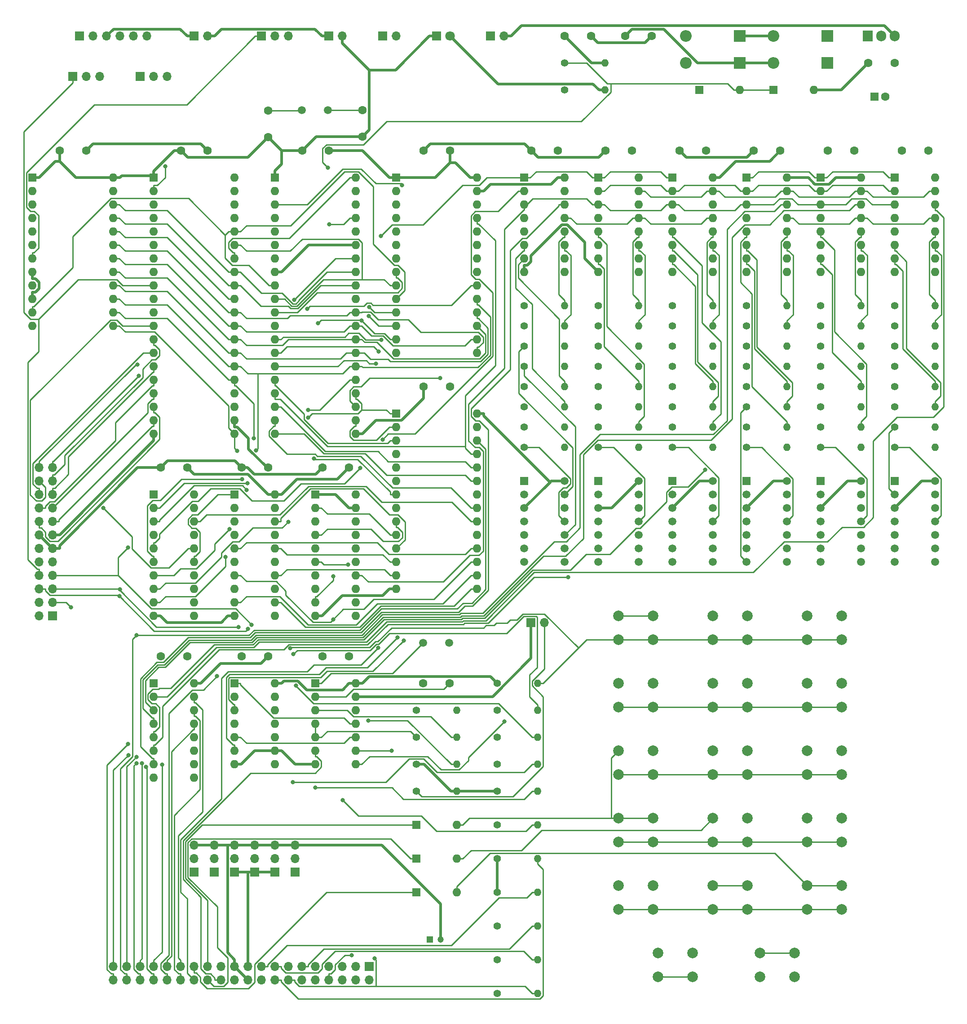
<source format=gbr>
G04 #@! TF.GenerationSoftware,KiCad,Pcbnew,5.1.5+dfsg1-2build2*
G04 #@! TF.CreationDate,2022-03-03T19:49:00-05:00*
G04 #@! TF.ProjectId,6800sbc,36383030-7362-4632-9e6b-696361645f70,rev?*
G04 #@! TF.SameCoordinates,Original*
G04 #@! TF.FileFunction,Copper,L2,Bot*
G04 #@! TF.FilePolarity,Positive*
%FSLAX46Y46*%
G04 Gerber Fmt 4.6, Leading zero omitted, Abs format (unit mm)*
G04 Created by KiCad (PCBNEW 5.1.5+dfsg1-2build2) date 2022-03-03 19:49:00*
%MOMM*%
%LPD*%
G04 APERTURE LIST*
%ADD10O,1.400000X1.400000*%
%ADD11C,1.400000*%
%ADD12O,1.700000X1.700000*%
%ADD13R,1.700000X1.700000*%
%ADD14O,1.600000X1.600000*%
%ADD15R,1.600000X1.600000*%
%ADD16O,2.200000X2.200000*%
%ADD17R,2.200000X2.200000*%
%ADD18C,1.500000*%
%ADD19R,1.500000X1.500000*%
%ADD20O,1.905000X2.000000*%
%ADD21R,1.905000X2.000000*%
%ADD22C,2.000000*%
%ADD23C,1.800000*%
%ADD24R,1.800000X1.800000*%
%ADD25C,1.600000*%
%ADD26C,1.200000*%
%ADD27R,1.200000X1.200000*%
%ADD28C,0.800000*%
%ADD29C,0.500000*%
%ADD30C,0.250000*%
G04 APERTURE END LIST*
D10*
X135890000Y-198120000D03*
D11*
X128270000Y-198120000D03*
D10*
X135890000Y-185420000D03*
D11*
X128270000Y-185420000D03*
D10*
X135890000Y-191770000D03*
D11*
X128270000Y-191770000D03*
D10*
X135890000Y-204470000D03*
D11*
X128270000Y-204470000D03*
D10*
X135890000Y-210820000D03*
D11*
X128270000Y-210820000D03*
D10*
X135890000Y-152400000D03*
D11*
X128270000Y-152400000D03*
D10*
X135890000Y-157480000D03*
D11*
X128270000Y-157480000D03*
D10*
X135890000Y-162560000D03*
D11*
X128270000Y-162560000D03*
D10*
X135890000Y-167640000D03*
D11*
X128270000Y-167640000D03*
D10*
X135890000Y-172720000D03*
D11*
X128270000Y-172720000D03*
D10*
X135890000Y-179070000D03*
D11*
X128270000Y-179070000D03*
D12*
X90170000Y-182880000D03*
X90170000Y-185420000D03*
D13*
X90170000Y-187960000D03*
D12*
X86360000Y-182880000D03*
X86360000Y-185420000D03*
D13*
X86360000Y-187960000D03*
D12*
X82550000Y-182880000D03*
X82550000Y-185420000D03*
D13*
X82550000Y-187960000D03*
D12*
X78740000Y-182880000D03*
X78740000Y-185420000D03*
D13*
X78740000Y-187960000D03*
D12*
X74930000Y-182880000D03*
X74930000Y-185420000D03*
D13*
X74930000Y-187960000D03*
D12*
X71120000Y-182880000D03*
X71120000Y-185420000D03*
D13*
X71120000Y-187960000D03*
D14*
X55880000Y-57150000D03*
X40640000Y-85090000D03*
X55880000Y-59690000D03*
X40640000Y-82550000D03*
X55880000Y-62230000D03*
X40640000Y-80010000D03*
X55880000Y-64770000D03*
X40640000Y-77470000D03*
X55880000Y-67310000D03*
X40640000Y-74930000D03*
X55880000Y-69850000D03*
X40640000Y-72390000D03*
X55880000Y-72390000D03*
X40640000Y-69850000D03*
X55880000Y-74930000D03*
X40640000Y-67310000D03*
X55880000Y-77470000D03*
X40640000Y-64770000D03*
X55880000Y-80010000D03*
X40640000Y-62230000D03*
X55880000Y-82550000D03*
X40640000Y-59690000D03*
X55880000Y-85090000D03*
D15*
X40640000Y-57150000D03*
D10*
X210820000Y-81280000D03*
D11*
X203200000Y-81280000D03*
D10*
X210820000Y-85090000D03*
D11*
X203200000Y-85090000D03*
D10*
X210820000Y-88900000D03*
D11*
X203200000Y-88900000D03*
D10*
X210820000Y-92710000D03*
D11*
X203200000Y-92710000D03*
D10*
X210820000Y-96520000D03*
D11*
X203200000Y-96520000D03*
D10*
X210820000Y-100330000D03*
D11*
X203200000Y-100330000D03*
D10*
X210820000Y-104140000D03*
D11*
X203200000Y-104140000D03*
D10*
X210820000Y-107950000D03*
D11*
X203200000Y-107950000D03*
D10*
X196850000Y-81280000D03*
D11*
X189230000Y-81280000D03*
D10*
X196850000Y-85090000D03*
D11*
X189230000Y-85090000D03*
D10*
X196850000Y-88900000D03*
D11*
X189230000Y-88900000D03*
D10*
X196850000Y-92710000D03*
D11*
X189230000Y-92710000D03*
D10*
X196850000Y-96520000D03*
D11*
X189230000Y-96520000D03*
D10*
X196850000Y-100330000D03*
D11*
X189230000Y-100330000D03*
D10*
X196850000Y-104140000D03*
D11*
X189230000Y-104140000D03*
D10*
X196850000Y-107950000D03*
D11*
X189230000Y-107950000D03*
D10*
X182880000Y-81280000D03*
D11*
X175260000Y-81280000D03*
D10*
X182880000Y-85090000D03*
D11*
X175260000Y-85090000D03*
D10*
X182880000Y-88900000D03*
D11*
X175260000Y-88900000D03*
D10*
X182880000Y-92710000D03*
D11*
X175260000Y-92710000D03*
D10*
X182880000Y-96520000D03*
D11*
X175260000Y-96520000D03*
D10*
X182880000Y-100330000D03*
D11*
X175260000Y-100330000D03*
D10*
X182880000Y-104140000D03*
D11*
X175260000Y-104140000D03*
D10*
X182880000Y-107950000D03*
D11*
X175260000Y-107950000D03*
D10*
X168910000Y-81280000D03*
D11*
X161290000Y-81280000D03*
D10*
X168910000Y-85090000D03*
D11*
X161290000Y-85090000D03*
D10*
X168910000Y-88900000D03*
D11*
X161290000Y-88900000D03*
D10*
X168910000Y-92710000D03*
D11*
X161290000Y-92710000D03*
D10*
X168910000Y-96520000D03*
D11*
X161290000Y-96520000D03*
D10*
X168910000Y-100330000D03*
D11*
X161290000Y-100330000D03*
D10*
X168910000Y-104140000D03*
D11*
X161290000Y-104140000D03*
D10*
X168910000Y-107950000D03*
D11*
X161290000Y-107950000D03*
D10*
X154940000Y-81280000D03*
D11*
X147320000Y-81280000D03*
D10*
X154940000Y-85090000D03*
D11*
X147320000Y-85090000D03*
D10*
X154940000Y-88900000D03*
D11*
X147320000Y-88900000D03*
D10*
X154940000Y-92710000D03*
D11*
X147320000Y-92710000D03*
D10*
X154940000Y-96520000D03*
D11*
X147320000Y-96520000D03*
D10*
X154940000Y-100330000D03*
D11*
X147320000Y-100330000D03*
D10*
X154940000Y-104140000D03*
D11*
X147320000Y-104140000D03*
D10*
X154940000Y-107950000D03*
D11*
X147320000Y-107950000D03*
D10*
X140970000Y-81280000D03*
D11*
X133350000Y-81280000D03*
D10*
X140970000Y-85090000D03*
D11*
X133350000Y-85090000D03*
D10*
X140970000Y-88900000D03*
D11*
X133350000Y-88900000D03*
D10*
X140970000Y-92710000D03*
D11*
X133350000Y-92710000D03*
D10*
X140970000Y-96520000D03*
D11*
X133350000Y-96520000D03*
D10*
X140970000Y-100330000D03*
D11*
X133350000Y-100330000D03*
D10*
X140970000Y-104140000D03*
D11*
X133350000Y-104140000D03*
D10*
X140970000Y-107950000D03*
D11*
X133350000Y-107950000D03*
D12*
X129540000Y-30480000D03*
D13*
X127000000Y-30480000D03*
D12*
X137160000Y-140970000D03*
D13*
X134620000Y-140970000D03*
D16*
X180340000Y-30480000D03*
D17*
X190500000Y-30480000D03*
D16*
X180340000Y-35560000D03*
D17*
X190500000Y-35560000D03*
D16*
X163830000Y-35560000D03*
D17*
X173990000Y-35560000D03*
D16*
X163830000Y-30480000D03*
D17*
X173990000Y-30480000D03*
D18*
X96340000Y-44450000D03*
X91440000Y-44450000D03*
X119200000Y-144780000D03*
X114300000Y-144780000D03*
D14*
X86360000Y-152400000D03*
X78740000Y-167640000D03*
X86360000Y-154940000D03*
X78740000Y-165100000D03*
X86360000Y-157480000D03*
X78740000Y-162560000D03*
X86360000Y-160020000D03*
X78740000Y-160020000D03*
X86360000Y-162560000D03*
X78740000Y-157480000D03*
X86360000Y-165100000D03*
X78740000Y-154940000D03*
X86360000Y-167640000D03*
D15*
X78740000Y-152400000D03*
D14*
X71120000Y-152400000D03*
X63500000Y-170180000D03*
X71120000Y-154940000D03*
X63500000Y-167640000D03*
X71120000Y-157480000D03*
X63500000Y-165100000D03*
X71120000Y-160020000D03*
X63500000Y-162560000D03*
X71120000Y-162560000D03*
X63500000Y-160020000D03*
X71120000Y-165100000D03*
X63500000Y-157480000D03*
X71120000Y-167640000D03*
X63500000Y-154940000D03*
X71120000Y-170180000D03*
D15*
X63500000Y-152400000D03*
D14*
X101600000Y-116840000D03*
X93980000Y-139700000D03*
X101600000Y-119380000D03*
X93980000Y-137160000D03*
X101600000Y-121920000D03*
X93980000Y-134620000D03*
X101600000Y-124460000D03*
X93980000Y-132080000D03*
X101600000Y-127000000D03*
X93980000Y-129540000D03*
X101600000Y-129540000D03*
X93980000Y-127000000D03*
X101600000Y-132080000D03*
X93980000Y-124460000D03*
X101600000Y-134620000D03*
X93980000Y-121920000D03*
X101600000Y-137160000D03*
X93980000Y-119380000D03*
X101600000Y-139700000D03*
D15*
X93980000Y-116840000D03*
D14*
X71120000Y-116840000D03*
X63500000Y-139700000D03*
X71120000Y-119380000D03*
X63500000Y-137160000D03*
X71120000Y-121920000D03*
X63500000Y-134620000D03*
X71120000Y-124460000D03*
X63500000Y-132080000D03*
X71120000Y-127000000D03*
X63500000Y-129540000D03*
X71120000Y-129540000D03*
X63500000Y-127000000D03*
X71120000Y-132080000D03*
X63500000Y-124460000D03*
X71120000Y-134620000D03*
X63500000Y-121920000D03*
X71120000Y-137160000D03*
X63500000Y-119380000D03*
X71120000Y-139700000D03*
D15*
X63500000Y-116840000D03*
D14*
X101600000Y-57150000D03*
X86360000Y-105410000D03*
X101600000Y-59690000D03*
X86360000Y-102870000D03*
X101600000Y-62230000D03*
X86360000Y-100330000D03*
X101600000Y-64770000D03*
X86360000Y-97790000D03*
X101600000Y-67310000D03*
X86360000Y-95250000D03*
X101600000Y-69850000D03*
X86360000Y-92710000D03*
X101600000Y-72390000D03*
X86360000Y-90170000D03*
X101600000Y-74930000D03*
X86360000Y-87630000D03*
X101600000Y-77470000D03*
X86360000Y-85090000D03*
X101600000Y-80010000D03*
X86360000Y-82550000D03*
X101600000Y-82550000D03*
X86360000Y-80010000D03*
X101600000Y-85090000D03*
X86360000Y-77470000D03*
X101600000Y-87630000D03*
X86360000Y-74930000D03*
X101600000Y-90170000D03*
X86360000Y-72390000D03*
X101600000Y-92710000D03*
X86360000Y-69850000D03*
X101600000Y-95250000D03*
X86360000Y-67310000D03*
X101600000Y-97790000D03*
X86360000Y-64770000D03*
X101600000Y-100330000D03*
X86360000Y-62230000D03*
X101600000Y-102870000D03*
X86360000Y-59690000D03*
X101600000Y-105410000D03*
D15*
X86360000Y-57150000D03*
D14*
X124460000Y-57150000D03*
X109220000Y-90170000D03*
X124460000Y-59690000D03*
X109220000Y-87630000D03*
X124460000Y-62230000D03*
X109220000Y-85090000D03*
X124460000Y-64770000D03*
X109220000Y-82550000D03*
X124460000Y-67310000D03*
X109220000Y-80010000D03*
X124460000Y-69850000D03*
X109220000Y-77470000D03*
X124460000Y-72390000D03*
X109220000Y-74930000D03*
X124460000Y-74930000D03*
X109220000Y-72390000D03*
X124460000Y-77470000D03*
X109220000Y-69850000D03*
X124460000Y-80010000D03*
X109220000Y-67310000D03*
X124460000Y-82550000D03*
X109220000Y-64770000D03*
X124460000Y-85090000D03*
X109220000Y-62230000D03*
X124460000Y-87630000D03*
X109220000Y-59690000D03*
X124460000Y-90170000D03*
D15*
X109220000Y-57150000D03*
D14*
X124460000Y-101600000D03*
X109220000Y-134620000D03*
X124460000Y-104140000D03*
X109220000Y-132080000D03*
X124460000Y-106680000D03*
X109220000Y-129540000D03*
X124460000Y-109220000D03*
X109220000Y-127000000D03*
X124460000Y-111760000D03*
X109220000Y-124460000D03*
X124460000Y-114300000D03*
X109220000Y-121920000D03*
X124460000Y-116840000D03*
X109220000Y-119380000D03*
X124460000Y-119380000D03*
X109220000Y-116840000D03*
X124460000Y-121920000D03*
X109220000Y-114300000D03*
X124460000Y-124460000D03*
X109220000Y-111760000D03*
X124460000Y-127000000D03*
X109220000Y-109220000D03*
X124460000Y-129540000D03*
X109220000Y-106680000D03*
X124460000Y-132080000D03*
X109220000Y-104140000D03*
X124460000Y-134620000D03*
D15*
X109220000Y-101600000D03*
D14*
X86360000Y-116840000D03*
X78740000Y-139700000D03*
X86360000Y-119380000D03*
X78740000Y-137160000D03*
X86360000Y-121920000D03*
X78740000Y-134620000D03*
X86360000Y-124460000D03*
X78740000Y-132080000D03*
X86360000Y-127000000D03*
X78740000Y-129540000D03*
X86360000Y-129540000D03*
X78740000Y-127000000D03*
X86360000Y-132080000D03*
X78740000Y-124460000D03*
X86360000Y-134620000D03*
X78740000Y-121920000D03*
X86360000Y-137160000D03*
X78740000Y-119380000D03*
X86360000Y-139700000D03*
D15*
X78740000Y-116840000D03*
D14*
X210820000Y-57150000D03*
X203200000Y-74930000D03*
X210820000Y-59690000D03*
X203200000Y-72390000D03*
X210820000Y-62230000D03*
X203200000Y-69850000D03*
X210820000Y-64770000D03*
X203200000Y-67310000D03*
X210820000Y-67310000D03*
X203200000Y-64770000D03*
X210820000Y-69850000D03*
X203200000Y-62230000D03*
X210820000Y-72390000D03*
X203200000Y-59690000D03*
X210820000Y-74930000D03*
D15*
X203200000Y-57150000D03*
D14*
X196850000Y-57150000D03*
X189230000Y-74930000D03*
X196850000Y-59690000D03*
X189230000Y-72390000D03*
X196850000Y-62230000D03*
X189230000Y-69850000D03*
X196850000Y-64770000D03*
X189230000Y-67310000D03*
X196850000Y-67310000D03*
X189230000Y-64770000D03*
X196850000Y-69850000D03*
X189230000Y-62230000D03*
X196850000Y-72390000D03*
X189230000Y-59690000D03*
X196850000Y-74930000D03*
D15*
X189230000Y-57150000D03*
D14*
X182880000Y-57150000D03*
X175260000Y-74930000D03*
X182880000Y-59690000D03*
X175260000Y-72390000D03*
X182880000Y-62230000D03*
X175260000Y-69850000D03*
X182880000Y-64770000D03*
X175260000Y-67310000D03*
X182880000Y-67310000D03*
X175260000Y-64770000D03*
X182880000Y-69850000D03*
X175260000Y-62230000D03*
X182880000Y-72390000D03*
X175260000Y-59690000D03*
X182880000Y-74930000D03*
D15*
X175260000Y-57150000D03*
D14*
X168910000Y-57150000D03*
X161290000Y-74930000D03*
X168910000Y-59690000D03*
X161290000Y-72390000D03*
X168910000Y-62230000D03*
X161290000Y-69850000D03*
X168910000Y-64770000D03*
X161290000Y-67310000D03*
X168910000Y-67310000D03*
X161290000Y-64770000D03*
X168910000Y-69850000D03*
X161290000Y-62230000D03*
X168910000Y-72390000D03*
X161290000Y-59690000D03*
X168910000Y-74930000D03*
D15*
X161290000Y-57150000D03*
D14*
X154940000Y-57150000D03*
X147320000Y-74930000D03*
X154940000Y-59690000D03*
X147320000Y-72390000D03*
X154940000Y-62230000D03*
X147320000Y-69850000D03*
X154940000Y-64770000D03*
X147320000Y-67310000D03*
X154940000Y-67310000D03*
X147320000Y-64770000D03*
X154940000Y-69850000D03*
X147320000Y-62230000D03*
X154940000Y-72390000D03*
X147320000Y-59690000D03*
X154940000Y-74930000D03*
D15*
X147320000Y-57150000D03*
D14*
X140970000Y-57150000D03*
X133350000Y-74930000D03*
X140970000Y-59690000D03*
X133350000Y-72390000D03*
X140970000Y-62230000D03*
X133350000Y-69850000D03*
X140970000Y-64770000D03*
X133350000Y-67310000D03*
X140970000Y-67310000D03*
X133350000Y-64770000D03*
X140970000Y-69850000D03*
X133350000Y-62230000D03*
X140970000Y-72390000D03*
X133350000Y-59690000D03*
X140970000Y-74930000D03*
D15*
X133350000Y-57150000D03*
D18*
X210820000Y-114300000D03*
X210820000Y-116840000D03*
X210820000Y-119380000D03*
X210820000Y-121920000D03*
X210820000Y-124460000D03*
X210820000Y-127000000D03*
X210820000Y-129540000D03*
X203200000Y-129540000D03*
X203200000Y-127000000D03*
X203200000Y-124460000D03*
X203200000Y-121920000D03*
X203200000Y-119380000D03*
X203200000Y-116840000D03*
D19*
X203200000Y-114300000D03*
D18*
X196850000Y-114300000D03*
X196850000Y-116840000D03*
X196850000Y-119380000D03*
X196850000Y-121920000D03*
X196850000Y-124460000D03*
X196850000Y-127000000D03*
X196850000Y-129540000D03*
X189230000Y-129540000D03*
X189230000Y-127000000D03*
X189230000Y-124460000D03*
X189230000Y-121920000D03*
X189230000Y-119380000D03*
X189230000Y-116840000D03*
D19*
X189230000Y-114300000D03*
D18*
X182880000Y-114300000D03*
X182880000Y-116840000D03*
X182880000Y-119380000D03*
X182880000Y-121920000D03*
X182880000Y-124460000D03*
X182880000Y-127000000D03*
X182880000Y-129540000D03*
X175260000Y-129540000D03*
X175260000Y-127000000D03*
X175260000Y-124460000D03*
X175260000Y-121920000D03*
X175260000Y-119380000D03*
X175260000Y-116840000D03*
D19*
X175260000Y-114300000D03*
D18*
X168910000Y-114300000D03*
X168910000Y-116840000D03*
X168910000Y-119380000D03*
X168910000Y-121920000D03*
X168910000Y-124460000D03*
X168910000Y-127000000D03*
X168910000Y-129540000D03*
X161290000Y-129540000D03*
X161290000Y-127000000D03*
X161290000Y-124460000D03*
X161290000Y-121920000D03*
X161290000Y-119380000D03*
X161290000Y-116840000D03*
D19*
X161290000Y-114300000D03*
D18*
X154940000Y-114300000D03*
X154940000Y-116840000D03*
X154940000Y-119380000D03*
X154940000Y-121920000D03*
X154940000Y-124460000D03*
X154940000Y-127000000D03*
X154940000Y-129540000D03*
X147320000Y-129540000D03*
X147320000Y-127000000D03*
X147320000Y-124460000D03*
X147320000Y-121920000D03*
X147320000Y-119380000D03*
X147320000Y-116840000D03*
D19*
X147320000Y-114300000D03*
D18*
X140970000Y-114300000D03*
X140970000Y-116840000D03*
X140970000Y-119380000D03*
X140970000Y-121920000D03*
X140970000Y-124460000D03*
X140970000Y-127000000D03*
X140970000Y-129540000D03*
X133350000Y-129540000D03*
X133350000Y-127000000D03*
X133350000Y-124460000D03*
X133350000Y-121920000D03*
X133350000Y-119380000D03*
X133350000Y-116840000D03*
D19*
X133350000Y-114300000D03*
D14*
X101600000Y-152400000D03*
X93980000Y-167640000D03*
X101600000Y-154940000D03*
X93980000Y-165100000D03*
X101600000Y-157480000D03*
X93980000Y-162560000D03*
X101600000Y-160020000D03*
X93980000Y-160020000D03*
X101600000Y-162560000D03*
X93980000Y-157480000D03*
X101600000Y-165100000D03*
X93980000Y-154940000D03*
X101600000Y-167640000D03*
D15*
X93980000Y-152400000D03*
D14*
X78740000Y-57150000D03*
X63500000Y-105410000D03*
X78740000Y-59690000D03*
X63500000Y-102870000D03*
X78740000Y-62230000D03*
X63500000Y-100330000D03*
X78740000Y-64770000D03*
X63500000Y-97790000D03*
X78740000Y-67310000D03*
X63500000Y-95250000D03*
X78740000Y-69850000D03*
X63500000Y-92710000D03*
X78740000Y-72390000D03*
X63500000Y-90170000D03*
X78740000Y-74930000D03*
X63500000Y-87630000D03*
X78740000Y-77470000D03*
X63500000Y-85090000D03*
X78740000Y-80010000D03*
X63500000Y-82550000D03*
X78740000Y-82550000D03*
X63500000Y-80010000D03*
X78740000Y-85090000D03*
X63500000Y-77470000D03*
X78740000Y-87630000D03*
X63500000Y-74930000D03*
X78740000Y-90170000D03*
X63500000Y-72390000D03*
X78740000Y-92710000D03*
X63500000Y-69850000D03*
X78740000Y-95250000D03*
X63500000Y-67310000D03*
X78740000Y-97790000D03*
X63500000Y-64770000D03*
X78740000Y-100330000D03*
X63500000Y-62230000D03*
X78740000Y-102870000D03*
X63500000Y-59690000D03*
X78740000Y-105410000D03*
D15*
X63500000Y-57150000D03*
D20*
X203200000Y-30480000D03*
X200660000Y-30480000D03*
D21*
X198120000Y-30480000D03*
D22*
X184300000Y-203200000D03*
X184300000Y-207700000D03*
X177800000Y-203200000D03*
X177800000Y-207700000D03*
X165100000Y-203200000D03*
X165100000Y-207700000D03*
X158600000Y-203200000D03*
X158600000Y-207700000D03*
X193190000Y-190500000D03*
X193190000Y-195000000D03*
X186690000Y-190500000D03*
X186690000Y-195000000D03*
X175410000Y-190500000D03*
X175410000Y-195000000D03*
X168910000Y-190500000D03*
X168910000Y-195000000D03*
X157630000Y-190500000D03*
X157630000Y-195000000D03*
X151130000Y-190500000D03*
X151130000Y-195000000D03*
X193190000Y-177800000D03*
X193190000Y-182300000D03*
X186690000Y-177800000D03*
X186690000Y-182300000D03*
X175410000Y-177800000D03*
X175410000Y-182300000D03*
X168910000Y-177800000D03*
X168910000Y-182300000D03*
X157630000Y-177800000D03*
X157630000Y-182300000D03*
X151130000Y-177800000D03*
X151130000Y-182300000D03*
X193190000Y-165100000D03*
X193190000Y-169600000D03*
X186690000Y-165100000D03*
X186690000Y-169600000D03*
X175410000Y-165100000D03*
X175410000Y-169600000D03*
X168910000Y-165100000D03*
X168910000Y-169600000D03*
X157630000Y-165100000D03*
X157630000Y-169600000D03*
X151130000Y-165100000D03*
X151130000Y-169600000D03*
X193190000Y-152400000D03*
X193190000Y-156900000D03*
X186690000Y-152400000D03*
X186690000Y-156900000D03*
X175410000Y-152400000D03*
X175410000Y-156900000D03*
X168910000Y-152400000D03*
X168910000Y-156900000D03*
X157630000Y-152400000D03*
X157630000Y-156900000D03*
X151130000Y-152400000D03*
X151130000Y-156900000D03*
X193190000Y-139700000D03*
X193190000Y-144200000D03*
X186690000Y-139700000D03*
X186690000Y-144200000D03*
X175410000Y-139700000D03*
X175410000Y-144200000D03*
X168910000Y-139700000D03*
X168910000Y-144200000D03*
X157630000Y-139700000D03*
X157630000Y-144200000D03*
X151130000Y-139700000D03*
X151130000Y-144200000D03*
D10*
X120650000Y-167640000D03*
D11*
X113030000Y-167640000D03*
D10*
X120650000Y-172720000D03*
D11*
X113030000Y-172720000D03*
D10*
X120650000Y-162560000D03*
D11*
X113030000Y-162560000D03*
D10*
X120650000Y-157480000D03*
D11*
X113030000Y-157480000D03*
D10*
X148590000Y-40640000D03*
D11*
X140970000Y-40640000D03*
D10*
X148590000Y-35560000D03*
D11*
X140970000Y-35560000D03*
D12*
X73660000Y-30480000D03*
D13*
X71120000Y-30480000D03*
D12*
X62230000Y-30480000D03*
X59690000Y-30480000D03*
X57150000Y-30480000D03*
X54610000Y-30480000D03*
X52070000Y-30480000D03*
D13*
X49530000Y-30480000D03*
D12*
X53340000Y-38100000D03*
X50800000Y-38100000D03*
D13*
X48260000Y-38100000D03*
D12*
X55880000Y-208280000D03*
X55880000Y-205740000D03*
X58420000Y-208280000D03*
X58420000Y-205740000D03*
X60960000Y-208280000D03*
X60960000Y-205740000D03*
X63500000Y-208280000D03*
X63500000Y-205740000D03*
X66040000Y-208280000D03*
X66040000Y-205740000D03*
X68580000Y-208280000D03*
X68580000Y-205740000D03*
X71120000Y-208280000D03*
X71120000Y-205740000D03*
X73660000Y-208280000D03*
X73660000Y-205740000D03*
X76200000Y-208280000D03*
X76200000Y-205740000D03*
X78740000Y-208280000D03*
X78740000Y-205740000D03*
X81280000Y-208280000D03*
X81280000Y-205740000D03*
X83820000Y-208280000D03*
X83820000Y-205740000D03*
X86360000Y-208280000D03*
X86360000Y-205740000D03*
X88900000Y-208280000D03*
X88900000Y-205740000D03*
X91440000Y-208280000D03*
X91440000Y-205740000D03*
X93980000Y-208280000D03*
X93980000Y-205740000D03*
X96520000Y-208280000D03*
X96520000Y-205740000D03*
X99060000Y-208280000D03*
X99060000Y-205740000D03*
X101600000Y-208280000D03*
X101600000Y-205740000D03*
X104140000Y-208280000D03*
D13*
X104140000Y-205740000D03*
D12*
X88900000Y-30480000D03*
X86360000Y-30480000D03*
D13*
X83820000Y-30480000D03*
D12*
X66040000Y-38100000D03*
X63500000Y-38100000D03*
D13*
X60960000Y-38100000D03*
D12*
X41910000Y-111760000D03*
X44450000Y-111760000D03*
X41910000Y-114300000D03*
X44450000Y-114300000D03*
X41910000Y-116840000D03*
X44450000Y-116840000D03*
X41910000Y-119380000D03*
X44450000Y-119380000D03*
X41910000Y-121920000D03*
X44450000Y-121920000D03*
X41910000Y-124460000D03*
X44450000Y-124460000D03*
X41910000Y-127000000D03*
X44450000Y-127000000D03*
X41910000Y-129540000D03*
X44450000Y-129540000D03*
X41910000Y-132080000D03*
X44450000Y-132080000D03*
X41910000Y-134620000D03*
X44450000Y-134620000D03*
X41910000Y-137160000D03*
X44450000Y-137160000D03*
X41910000Y-139700000D03*
D13*
X44450000Y-139700000D03*
D12*
X99060000Y-30480000D03*
D13*
X96520000Y-30480000D03*
D12*
X109220000Y-30480000D03*
D13*
X106680000Y-30480000D03*
D14*
X120650000Y-191770000D03*
D15*
X113030000Y-191770000D03*
D14*
X120650000Y-185420000D03*
D15*
X113030000Y-185420000D03*
D14*
X120650000Y-179070000D03*
D15*
X113030000Y-179070000D03*
D23*
X119380000Y-30480000D03*
D24*
X116840000Y-30480000D03*
D14*
X187960000Y-40640000D03*
D15*
X180340000Y-40640000D03*
D14*
X173990000Y-40640000D03*
D15*
X166370000Y-40640000D03*
D25*
X102870000Y-49450000D03*
X102870000Y-44450000D03*
X85090000Y-44530000D03*
X85090000Y-49530000D03*
D26*
X117570000Y-200660000D03*
D27*
X115570000Y-200660000D03*
D25*
X119300000Y-152400000D03*
X114300000Y-152400000D03*
X95330000Y-147320000D03*
X100330000Y-147320000D03*
X114380000Y-52070000D03*
X119380000Y-52070000D03*
X91520000Y-52070000D03*
X96520000Y-52070000D03*
X68660000Y-52070000D03*
X73660000Y-52070000D03*
X64850000Y-111760000D03*
X69850000Y-111760000D03*
X176610000Y-52070000D03*
X181610000Y-52070000D03*
X95330000Y-111760000D03*
X100330000Y-111760000D03*
X64850000Y-147320000D03*
X69850000Y-147320000D03*
X114380000Y-96520000D03*
X119380000Y-96520000D03*
X204550000Y-52070000D03*
X209550000Y-52070000D03*
X45800000Y-52070000D03*
X50800000Y-52070000D03*
X190580000Y-52070000D03*
X195580000Y-52070000D03*
X80090000Y-111760000D03*
X85090000Y-111760000D03*
X148670000Y-52070000D03*
X153670000Y-52070000D03*
X80090000Y-147320000D03*
X85090000Y-147320000D03*
X134700000Y-52070000D03*
X139700000Y-52070000D03*
X162640000Y-52070000D03*
X167640000Y-52070000D03*
X157400000Y-30480000D03*
X152400000Y-30480000D03*
X198200000Y-35560000D03*
X203200000Y-35560000D03*
X201390000Y-41910000D03*
D15*
X199390000Y-41910000D03*
D25*
X145970000Y-30480000D03*
X140970000Y-30480000D03*
D28*
X103984000Y-159374000D03*
X96376100Y-55284500D03*
X100180000Y-130034000D03*
X60451400Y-92318100D03*
X60710000Y-94478400D03*
X58662700Y-126783000D03*
X81983500Y-141350000D03*
X57055800Y-136002000D03*
X81251100Y-142164000D03*
X57094400Y-134698000D03*
X79475000Y-141779000D03*
X47946100Y-138098000D03*
X65653100Y-55003300D03*
X97322700Y-132270000D03*
X58638900Y-163821000D03*
X81208600Y-114722000D03*
X92589000Y-100889000D03*
X58748000Y-165896000D03*
X81026900Y-115942000D03*
X92589300Y-102386000D03*
X60264900Y-143339000D03*
X117535000Y-94908400D03*
X60264800Y-166244000D03*
X102450000Y-111796000D03*
X60243200Y-167422000D03*
X80143200Y-113978000D03*
X61253700Y-167492000D03*
X77767600Y-123366000D03*
X62036000Y-168167000D03*
X88885700Y-121959000D03*
X65056200Y-167685000D03*
X77003200Y-128621000D03*
X75463300Y-151063000D03*
X105388000Y-92154600D03*
X105866000Y-89876100D03*
X106447000Y-87680400D03*
X93722100Y-110036000D03*
X105801000Y-145730000D03*
X105174000Y-204219000D03*
X79223700Y-108632000D03*
X89995900Y-80161100D03*
X96614100Y-65914800D03*
X82372700Y-106232000D03*
X110340000Y-58595400D03*
X100791000Y-203604000D03*
X108365000Y-165100000D03*
X104128000Y-81519100D03*
X104051000Y-83200800D03*
X94447600Y-84577900D03*
X102725000Y-84059300D03*
X97362000Y-140323000D03*
X82828500Y-108501000D03*
X53995700Y-119399000D03*
X129644000Y-159561000D03*
X106632000Y-106456000D03*
X106322000Y-68124300D03*
X141607000Y-132435000D03*
X167490000Y-112173000D03*
X109490000Y-143727000D03*
X110605000Y-144312000D03*
X92466400Y-81845600D03*
X99165400Y-174434000D03*
X93939000Y-172064000D03*
X89733800Y-171013000D03*
X90294700Y-152795000D03*
X89839900Y-146893000D03*
X89253700Y-145816000D03*
D29*
X87630000Y-52070000D02*
X87630000Y-54629700D01*
X87630000Y-54629700D02*
X86360000Y-55899700D01*
X86360000Y-55899700D02*
X86360000Y-57150000D01*
X91520000Y-52070000D02*
X87630000Y-52070000D01*
X45800000Y-54119900D02*
X45800000Y-52070000D01*
X55880000Y-57150000D02*
X48830100Y-57150000D01*
X48830100Y-57150000D02*
X45800000Y-54119900D01*
X40640000Y-57150000D02*
X41890300Y-57150000D01*
X41890300Y-57150000D02*
X44920400Y-54119900D01*
X44920400Y-54119900D02*
X45800000Y-54119900D01*
X198200000Y-35560000D02*
X193120000Y-40640000D01*
X193120000Y-40640000D02*
X187960000Y-40640000D01*
X134700000Y-52070000D02*
X133414000Y-50784200D01*
X133414000Y-50784200D02*
X115666000Y-50784200D01*
X115666000Y-50784200D02*
X114380000Y-52070000D01*
X87630000Y-52070000D02*
X85090000Y-49530000D01*
X85090000Y-49530000D02*
X81285800Y-53334200D01*
X81285800Y-53334200D02*
X69924200Y-53334200D01*
X69924200Y-53334200D02*
X68660000Y-52070000D01*
X99060000Y-30480000D02*
X99060000Y-31780300D01*
X99060000Y-31780300D02*
X104164000Y-36884600D01*
X116840000Y-30480000D02*
X115490000Y-30480000D01*
X115490000Y-30480000D02*
X109085000Y-36884600D01*
X109085000Y-36884600D02*
X104164000Y-36884600D01*
X44450000Y-127000000D02*
X41910000Y-124460000D01*
X86360000Y-165100000D02*
X82530300Y-165100000D01*
X82530300Y-165100000D02*
X79990300Y-167640000D01*
X79990300Y-167640000D02*
X78740000Y-167640000D01*
X86360000Y-182880000D02*
X82550000Y-182880000D01*
X82550000Y-182880000D02*
X78740000Y-182880000D01*
X78740000Y-182880000D02*
X77439700Y-182880000D01*
X133350000Y-74930000D02*
X133350000Y-73679700D01*
X133350000Y-73679700D02*
X133897000Y-73679700D01*
X133897000Y-73679700D02*
X134600000Y-72976500D01*
X134600000Y-72976500D02*
X134600000Y-71910800D01*
X134600000Y-71910800D02*
X140471000Y-66040000D01*
X140471000Y-66040000D02*
X141503000Y-66040000D01*
X141503000Y-66040000D02*
X144776000Y-69312700D01*
X144776000Y-69312700D02*
X144776000Y-72386100D01*
X144776000Y-72386100D02*
X147320000Y-74930000D01*
X176610000Y-52070000D02*
X175343000Y-53337200D01*
X175343000Y-53337200D02*
X163907000Y-53337200D01*
X163907000Y-53337200D02*
X162640000Y-52070000D01*
X44450000Y-127000000D02*
X45750300Y-127000000D01*
X45750300Y-127000000D02*
X45750300Y-126442000D01*
X45750300Y-126442000D02*
X60432600Y-111760000D01*
X60432600Y-111760000D02*
X64850000Y-111760000D01*
X77439700Y-182880000D02*
X74930000Y-182880000D01*
X74930000Y-182880000D02*
X71120000Y-182880000D01*
X81280000Y-208280000D02*
X78740000Y-205740000D01*
X78740000Y-205740000D02*
X78740000Y-204440000D01*
X78740000Y-204440000D02*
X77439700Y-203139000D01*
X77439700Y-203139000D02*
X77439700Y-182880000D01*
X93980000Y-116840000D02*
X97809700Y-116840000D01*
X97809700Y-116840000D02*
X100350000Y-119380000D01*
X100350000Y-119380000D02*
X101600000Y-119380000D01*
X148670000Y-52070000D02*
X147389000Y-53351200D01*
X147389000Y-53351200D02*
X135981000Y-53351200D01*
X135981000Y-53351200D02*
X134700000Y-52070000D01*
X157400000Y-30480000D02*
X156138000Y-31742500D01*
X156138000Y-31742500D02*
X147232000Y-31742500D01*
X147232000Y-31742500D02*
X145970000Y-30480000D01*
X104164000Y-36884600D02*
X104164000Y-48155700D01*
X104164000Y-48155700D02*
X102870000Y-49450000D01*
X102870000Y-49450000D02*
X94140000Y-49450000D01*
X94140000Y-49450000D02*
X91520000Y-52070000D01*
X93980000Y-139700000D02*
X95230300Y-139700000D01*
X95230300Y-139700000D02*
X99040300Y-135890000D01*
X99040300Y-135890000D02*
X106700000Y-135890000D01*
X106700000Y-135890000D02*
X107970000Y-134620000D01*
X107970000Y-134620000D02*
X109220000Y-134620000D01*
X101600000Y-154940000D02*
X127368000Y-154940000D01*
X127368000Y-154940000D02*
X134620000Y-147688000D01*
X134620000Y-147688000D02*
X134620000Y-140970000D01*
X68660000Y-52070000D02*
X67383900Y-52070000D01*
X67383900Y-52070000D02*
X63500000Y-55953900D01*
X63500000Y-55953900D02*
X63500000Y-56837400D01*
X95330000Y-111760000D02*
X94075000Y-113015000D01*
X94075000Y-113015000D02*
X82476100Y-113015000D01*
X82476100Y-113015000D02*
X81221100Y-111760000D01*
X81221100Y-111760000D02*
X80090000Y-111760000D01*
X80090000Y-111760000D02*
X78831700Y-110502000D01*
X78831700Y-110502000D02*
X66108300Y-110502000D01*
X66108300Y-110502000D02*
X64850000Y-111760000D01*
X63500000Y-57150000D02*
X63500000Y-56837400D01*
X63500000Y-56837400D02*
X57442900Y-56837400D01*
X57442900Y-56837400D02*
X57130300Y-57150000D01*
X57130300Y-57150000D02*
X55880000Y-57150000D01*
X93980000Y-167640000D02*
X90150300Y-167640000D01*
X90150300Y-167640000D02*
X87610300Y-165100000D01*
X87610300Y-165100000D02*
X86360000Y-165100000D01*
X78740000Y-139700000D02*
X77489700Y-139700000D01*
X77489700Y-139700000D02*
X76236300Y-140953000D01*
X76236300Y-140953000D02*
X66003700Y-140953000D01*
X66003700Y-140953000D02*
X64750300Y-139700000D01*
X64750300Y-139700000D02*
X63500000Y-139700000D01*
X86360000Y-182880000D02*
X90170000Y-182880000D01*
X90170000Y-182880000D02*
X106480000Y-182880000D01*
X106480000Y-182880000D02*
X117570000Y-193970000D01*
X117570000Y-193970000D02*
X117570000Y-200660000D01*
X101600000Y-105410000D02*
X102850000Y-105410000D01*
X102850000Y-105410000D02*
X105410000Y-102850000D01*
X105410000Y-102850000D02*
X110243000Y-102850000D01*
X110243000Y-102850000D02*
X114380000Y-98713800D01*
X114380000Y-98713800D02*
X114380000Y-96520000D01*
X180340000Y-30480000D02*
X173990000Y-30480000D01*
X148590000Y-35560000D02*
X146050000Y-35560000D01*
X146050000Y-35560000D02*
X140970000Y-30480000D01*
X124460000Y-57150000D02*
X123210000Y-57150000D01*
X123210000Y-57150000D02*
X120377000Y-54317100D01*
X120377000Y-54317100D02*
X119380000Y-54317100D01*
X124460000Y-59690000D02*
X125710000Y-59690000D01*
X125710000Y-59690000D02*
X126961000Y-58439700D01*
X126961000Y-58439700D02*
X138430000Y-58439700D01*
X138430000Y-58439700D02*
X139720000Y-57150000D01*
X139720000Y-57150000D02*
X140970000Y-57150000D01*
X196850000Y-57150000D02*
X192082000Y-57150000D01*
X192082000Y-57150000D02*
X190831000Y-58400400D01*
X190831000Y-58400400D02*
X188149000Y-58400400D01*
X188149000Y-58400400D02*
X186898000Y-57150000D01*
X186898000Y-57150000D02*
X182880000Y-57150000D01*
X86360000Y-74930000D02*
X87610300Y-74930000D01*
X87610300Y-74930000D02*
X92690300Y-69850000D01*
X92690300Y-69850000D02*
X101600000Y-69850000D01*
X182880000Y-114300000D02*
X180340000Y-114300000D01*
X180340000Y-114300000D02*
X175260000Y-119380000D01*
X210820000Y-114300000D02*
X208280000Y-114300000D01*
X208280000Y-114300000D02*
X203200000Y-119380000D01*
X40640000Y-74930000D02*
X40640000Y-76180300D01*
X40640000Y-76180300D02*
X41187000Y-76180300D01*
X41187000Y-76180300D02*
X41907200Y-76900500D01*
X41907200Y-76900500D02*
X41907200Y-78036400D01*
X41907200Y-78036400D02*
X41183900Y-78759700D01*
X41183900Y-78759700D02*
X40640000Y-78759700D01*
X40640000Y-78759700D02*
X40640000Y-80010000D01*
X161290000Y-119380000D02*
X166370000Y-114300000D01*
X166370000Y-114300000D02*
X168910000Y-114300000D01*
X189230000Y-119380000D02*
X194310000Y-114300000D01*
X194310000Y-114300000D02*
X196850000Y-114300000D01*
X86360000Y-116840000D02*
X85109700Y-116840000D01*
X85109700Y-116840000D02*
X81297300Y-113028000D01*
X81297300Y-113028000D02*
X71117600Y-113028000D01*
X71117600Y-113028000D02*
X69850000Y-111760000D01*
X154940000Y-114300000D02*
X149860000Y-119380000D01*
X149860000Y-119380000D02*
X147320000Y-119380000D01*
X124460000Y-101600000D02*
X125710000Y-101600000D01*
X125710000Y-101600000D02*
X125710000Y-101991000D01*
X125710000Y-101991000D02*
X138225000Y-114505000D01*
X133350000Y-119380000D02*
X138225000Y-114505000D01*
X138225000Y-114505000D02*
X138430000Y-114300000D01*
X138430000Y-114300000D02*
X140970000Y-114300000D01*
X181610000Y-52070000D02*
X179625000Y-54055100D01*
X179625000Y-54055100D02*
X173255000Y-54055100D01*
X173255000Y-54055100D02*
X170160000Y-57150000D01*
X170160000Y-57150000D02*
X168910000Y-57150000D01*
X86360000Y-187960000D02*
X82550000Y-187960000D01*
X81280000Y-205740000D02*
X81280000Y-187960000D01*
X82550000Y-187960000D02*
X81280000Y-187960000D01*
X81280000Y-187960000D02*
X78740000Y-187960000D01*
X128270000Y-172720000D02*
X120650000Y-172720000D01*
X120650000Y-172720000D02*
X119500000Y-172720000D01*
X119500000Y-172720000D02*
X114420000Y-167640000D01*
X114420000Y-167640000D02*
X113030000Y-167640000D01*
X100330000Y-111760000D02*
X98125700Y-113964000D01*
X98125700Y-113964000D02*
X90486000Y-113964000D01*
X90486000Y-113964000D02*
X87610300Y-116840000D01*
X87610300Y-116840000D02*
X86360000Y-116840000D01*
X128270000Y-185420000D02*
X128270000Y-191770000D01*
X86360000Y-152400000D02*
X87610300Y-152400000D01*
X87610300Y-152400000D02*
X88065200Y-151945000D01*
X88065200Y-151945000D02*
X90647000Y-151945000D01*
X90647000Y-151945000D02*
X92352300Y-153650000D01*
X92352300Y-153650000D02*
X99099300Y-153650000D01*
X99099300Y-153650000D02*
X100350000Y-152400000D01*
X100350000Y-152400000D02*
X101600000Y-152400000D01*
X101600000Y-152400000D02*
X102850000Y-152400000D01*
X102850000Y-152400000D02*
X104117000Y-151133000D01*
X104117000Y-151133000D02*
X127003000Y-151133000D01*
X127003000Y-151133000D02*
X128270000Y-152400000D01*
X73660000Y-52070000D02*
X72389100Y-50799100D01*
X72389100Y-50799100D02*
X52070900Y-50799100D01*
X52070900Y-50799100D02*
X50800000Y-52070000D01*
X96520000Y-30480000D02*
X95219700Y-30480000D01*
X95219700Y-30480000D02*
X93919400Y-29179700D01*
X93919400Y-29179700D02*
X76260600Y-29179700D01*
X76260600Y-29179700D02*
X74960300Y-30480000D01*
X74960300Y-30480000D02*
X73660000Y-30480000D01*
X119380000Y-52070000D02*
X119380000Y-54317100D01*
X119380000Y-54317100D02*
X116547000Y-57150000D01*
X116547000Y-57150000D02*
X109220000Y-57150000D01*
X96520000Y-52070000D02*
X102890000Y-52070000D01*
X102890000Y-52070000D02*
X107970000Y-57150000D01*
X107970000Y-57150000D02*
X109220000Y-57150000D01*
X78740000Y-102870000D02*
X78740000Y-104120000D01*
X78740000Y-104120000D02*
X79249800Y-104120000D01*
X79249800Y-104120000D02*
X81358200Y-106229000D01*
X81358200Y-106229000D02*
X81358200Y-108234000D01*
X81358200Y-108234000D02*
X84884600Y-111760000D01*
X84884600Y-111760000D02*
X85090000Y-111760000D01*
X44450000Y-124460000D02*
X45750300Y-124460000D01*
X45750300Y-124460000D02*
X45750300Y-124410000D01*
X45750300Y-124410000D02*
X63500000Y-106660000D01*
X63500000Y-106660000D02*
X63500000Y-105410000D01*
X71120000Y-152400000D02*
X72370300Y-152400000D01*
X72370300Y-152400000D02*
X76099800Y-148670000D01*
X76099800Y-148670000D02*
X83739500Y-148670000D01*
X83739500Y-148670000D02*
X85090000Y-147320000D01*
X173990000Y-35560000D02*
X180340000Y-35560000D01*
X152400000Y-30480000D02*
X153672000Y-29208200D01*
X153672000Y-29208200D02*
X159671000Y-29208200D01*
X159671000Y-29208200D02*
X166023000Y-35560000D01*
X166023000Y-35560000D02*
X173990000Y-35560000D01*
D30*
X119300000Y-152400000D02*
X118175000Y-153525000D01*
X118175000Y-153525000D02*
X101175000Y-153525000D01*
X101175000Y-153525000D02*
X99760400Y-154940000D01*
X99760400Y-154940000D02*
X93980000Y-154940000D01*
X120650000Y-162560000D02*
X119625000Y-162560000D01*
X119625000Y-162560000D02*
X115713000Y-158648000D01*
X115713000Y-158648000D02*
X101177000Y-158648000D01*
X101177000Y-158648000D02*
X100008000Y-157480000D01*
X100008000Y-157480000D02*
X93980000Y-157480000D01*
X184300000Y-203200000D02*
X177800000Y-203200000D01*
X120650000Y-167640000D02*
X119625000Y-167640000D01*
X119625000Y-167640000D02*
X111358000Y-159374000D01*
X111358000Y-159374000D02*
X103984000Y-159374000D01*
X85090000Y-44530000D02*
X91360000Y-44530000D01*
X91360000Y-44530000D02*
X91440000Y-44450000D01*
X102870000Y-44450000D02*
X96340000Y-44450000D01*
X180340000Y-40640000D02*
X173990000Y-40640000D01*
X173990000Y-40640000D02*
X172865000Y-40640000D01*
X172865000Y-40640000D02*
X171695000Y-39470400D01*
X171695000Y-39470400D02*
X149652000Y-39470400D01*
X149652000Y-39470400D02*
X148988000Y-39470400D01*
X148988000Y-39470400D02*
X145078000Y-35560000D01*
X145078000Y-35560000D02*
X140970000Y-35560000D01*
X149652000Y-39470400D02*
X149652000Y-41032500D01*
X149652000Y-41032500D02*
X144106000Y-46578900D01*
X144106000Y-46578900D02*
X107406000Y-46578900D01*
X107406000Y-46578900D02*
X103041000Y-50944600D01*
X103041000Y-50944600D02*
X96052100Y-50944600D01*
X96052100Y-50944600D02*
X95358800Y-51637900D01*
X95358800Y-51637900D02*
X95358800Y-54267200D01*
X95358800Y-54267200D02*
X96376100Y-55284500D01*
X76967400Y-67957300D02*
X76967400Y-72300300D01*
X76967400Y-72300300D02*
X78327100Y-73660000D01*
X78327100Y-73660000D02*
X81424700Y-73660000D01*
X81424700Y-73660000D02*
X85234700Y-77470000D01*
X85234700Y-77470000D02*
X86360000Y-77470000D01*
X40640000Y-82550000D02*
X40640000Y-81424700D01*
X40640000Y-81424700D02*
X40921300Y-81424700D01*
X40921300Y-81424700D02*
X48260000Y-74086000D01*
X48260000Y-74086000D02*
X48260000Y-68257900D01*
X48260000Y-68257900D02*
X55462400Y-61055500D01*
X55462400Y-61055500D02*
X70065600Y-61055500D01*
X70065600Y-61055500D02*
X76967400Y-67957300D01*
X78740000Y-67310000D02*
X79865300Y-67310000D01*
X79865300Y-67310000D02*
X80990600Y-66184700D01*
X80990600Y-66184700D02*
X89318700Y-66184700D01*
X89318700Y-66184700D02*
X99482600Y-56020800D01*
X99482600Y-56020800D02*
X102096000Y-56020800D01*
X102096000Y-56020800D02*
X104882000Y-58806100D01*
X104882000Y-58806100D02*
X104882000Y-69649400D01*
X104882000Y-69649400D02*
X108892000Y-73660000D01*
X108892000Y-73660000D02*
X109549000Y-73660000D01*
X109549000Y-73660000D02*
X110812000Y-74923600D01*
X110812000Y-74923600D02*
X110812000Y-78417800D01*
X110812000Y-78417800D02*
X109220000Y-80010000D01*
X78740000Y-67310000D02*
X77614700Y-67310000D01*
X77614700Y-67310000D02*
X76967400Y-67957300D01*
X113030000Y-179070000D02*
X72623800Y-179070000D01*
X72623800Y-179070000D02*
X69494400Y-182199000D01*
X69494400Y-182199000D02*
X69494400Y-189131000D01*
X69494400Y-189131000D02*
X73660000Y-193297000D01*
X73660000Y-193297000D02*
X73660000Y-205740000D01*
X109220000Y-124460000D02*
X108095000Y-124460000D01*
X108095000Y-124460000D02*
X104140000Y-120505000D01*
X104140000Y-120505000D02*
X96230600Y-120505000D01*
X96230600Y-120505000D02*
X95105300Y-119380000D01*
X95105300Y-119380000D02*
X93980000Y-119380000D01*
X109220000Y-77470000D02*
X108095000Y-77470000D01*
X108095000Y-77470000D02*
X106959000Y-76334700D01*
X106959000Y-76334700D02*
X102729000Y-76334700D01*
X86360000Y-80010000D02*
X88182200Y-80010000D01*
X88182200Y-80010000D02*
X89508900Y-81336700D01*
X89508900Y-81336700D02*
X90483000Y-81336700D01*
X90483000Y-81336700D02*
X95484900Y-76334800D01*
X95484900Y-76334800D02*
X95484900Y-76334700D01*
X95484900Y-76334700D02*
X102729000Y-76334700D01*
X78740000Y-69850000D02*
X79865300Y-69850000D01*
X79865300Y-69850000D02*
X80990600Y-70975300D01*
X80990600Y-70975300D02*
X89244100Y-70975300D01*
X89244100Y-70975300D02*
X91503800Y-68715600D01*
X91503800Y-68715600D02*
X102062000Y-68715600D01*
X102062000Y-68715600D02*
X102729000Y-69382400D01*
X102729000Y-69382400D02*
X102729000Y-76334700D01*
X109220000Y-121920000D02*
X109220000Y-123045000D01*
X109220000Y-123045000D02*
X109501000Y-123045000D01*
X109501000Y-123045000D02*
X110369000Y-123913000D01*
X110369000Y-123913000D02*
X110369000Y-124928000D01*
X110369000Y-124928000D02*
X109664000Y-125634000D01*
X109664000Y-125634000D02*
X106728000Y-125634000D01*
X106728000Y-125634000D02*
X104429000Y-123335000D01*
X104429000Y-123335000D02*
X96230600Y-123335000D01*
X96230600Y-123335000D02*
X95105300Y-124460000D01*
X95105300Y-124460000D02*
X93980000Y-124460000D01*
X113030000Y-185420000D02*
X111905000Y-185420000D01*
X111905000Y-185420000D02*
X108167000Y-181682000D01*
X108167000Y-181682000D02*
X70648400Y-181682000D01*
X70648400Y-181682000D02*
X69944700Y-182386000D01*
X69944700Y-182386000D02*
X69944700Y-188945000D01*
X69944700Y-188945000D02*
X75475200Y-194475000D01*
X75475200Y-194475000D02*
X75475200Y-202137000D01*
X75475200Y-202137000D02*
X77467200Y-204129000D01*
X77467200Y-204129000D02*
X77467200Y-208710000D01*
X77467200Y-208710000D02*
X76716900Y-209460000D01*
X76716900Y-209460000D02*
X74840000Y-209460000D01*
X74840000Y-209460000D02*
X73660000Y-208280000D01*
D29*
X119380000Y-30480000D02*
X128390000Y-39489700D01*
X128390000Y-39489700D02*
X146289000Y-39489700D01*
X146289000Y-39489700D02*
X147440000Y-40640000D01*
X147440000Y-40640000D02*
X148590000Y-40640000D01*
D30*
X109220000Y-74930000D02*
X109220000Y-76055300D01*
X109220000Y-76055300D02*
X109501000Y-76055300D01*
X109501000Y-76055300D02*
X110347000Y-76900600D01*
X110347000Y-76900600D02*
X110347000Y-77978300D01*
X110347000Y-77978300D02*
X109531000Y-78793700D01*
X109531000Y-78793700D02*
X94299800Y-78793700D01*
X94299800Y-78793700D02*
X90543500Y-82550000D01*
X90543500Y-82550000D02*
X86360000Y-82550000D01*
X71120000Y-205740000D02*
X71120000Y-206915000D01*
X71120000Y-206915000D02*
X71487400Y-206915000D01*
X71487400Y-206915000D02*
X72295300Y-207723000D01*
X72295300Y-207723000D02*
X72295300Y-208613000D01*
X72295300Y-208613000D02*
X73592400Y-209910000D01*
X73592400Y-209910000D02*
X81319300Y-209910000D01*
X81319300Y-209910000D02*
X82550000Y-208680000D01*
X82550000Y-208680000D02*
X82550000Y-205318000D01*
X82550000Y-205318000D02*
X96097500Y-191770000D01*
X96097500Y-191770000D02*
X113030000Y-191770000D01*
X100180000Y-130034000D02*
X95599400Y-130034000D01*
X95599400Y-130034000D02*
X95105300Y-129540000D01*
X95105300Y-129540000D02*
X93980000Y-129540000D01*
X41910000Y-111760000D02*
X41910000Y-110585000D01*
X41910000Y-110585000D02*
X60176600Y-92318100D01*
X60176600Y-92318100D02*
X60451400Y-92318100D01*
X44450000Y-111760000D02*
X44450000Y-110585000D01*
X44450000Y-110585000D02*
X44603700Y-110585000D01*
X44603700Y-110585000D02*
X60710000Y-94478400D01*
X41910000Y-114300000D02*
X43095200Y-115485000D01*
X43095200Y-115485000D02*
X43095200Y-117339000D01*
X43095200Y-117339000D02*
X42413800Y-118020000D01*
X42413800Y-118020000D02*
X41361400Y-118020000D01*
X41361400Y-118020000D02*
X40229500Y-116888000D01*
X40229500Y-116888000D02*
X40229500Y-99088700D01*
X40229500Y-99088700D02*
X55361400Y-83956800D01*
X55361400Y-83956800D02*
X56509000Y-83956800D01*
X56509000Y-83956800D02*
X57642200Y-85090000D01*
X57642200Y-85090000D02*
X63500000Y-85090000D01*
X44450000Y-114300000D02*
X44450000Y-113125000D01*
X44450000Y-113125000D02*
X44797700Y-113125000D01*
X44797700Y-113125000D02*
X46751400Y-111171000D01*
X46751400Y-111171000D02*
X46751400Y-109463000D01*
X46751400Y-109463000D02*
X61435300Y-94778900D01*
X61435300Y-94778900D02*
X61435300Y-93177200D01*
X61435300Y-93177200D02*
X63172500Y-91440000D01*
X63172500Y-91440000D02*
X63834600Y-91440000D01*
X63834600Y-91440000D02*
X64625300Y-90649300D01*
X64625300Y-90649300D02*
X64625300Y-89599200D01*
X64625300Y-89599200D02*
X63781400Y-88755300D01*
X63781400Y-88755300D02*
X63500000Y-88755300D01*
X63500000Y-88755300D02*
X63500000Y-87630000D01*
X41910000Y-116840000D02*
X41910000Y-115665000D01*
X41910000Y-115665000D02*
X41542700Y-115665000D01*
X41542700Y-115665000D02*
X40728900Y-114851000D01*
X40728900Y-114851000D02*
X40728900Y-111003000D01*
X40728900Y-111003000D02*
X61561600Y-90170000D01*
X61561600Y-90170000D02*
X63500000Y-90170000D01*
X44450000Y-116840000D02*
X44450000Y-115665000D01*
X44450000Y-115665000D02*
X44817300Y-115665000D01*
X44817300Y-115665000D02*
X47426800Y-113055000D01*
X47426800Y-113055000D02*
X47426800Y-109732000D01*
X47426800Y-109732000D02*
X63323100Y-93835300D01*
X63323100Y-93835300D02*
X63500000Y-93835300D01*
X63500000Y-93835300D02*
X63500000Y-92710000D01*
X41910000Y-119380000D02*
X43085300Y-119380000D01*
X43085300Y-119380000D02*
X43085300Y-119013000D01*
X43085300Y-119013000D02*
X43893200Y-118205000D01*
X43893200Y-118205000D02*
X44763500Y-118205000D01*
X44763500Y-118205000D02*
X56306400Y-106662000D01*
X56306400Y-106662000D02*
X56306400Y-103288000D01*
X56306400Y-103288000D02*
X63218700Y-96375300D01*
X63218700Y-96375300D02*
X63500000Y-96375300D01*
X63500000Y-96375300D02*
X63500000Y-95250000D01*
X44450000Y-119380000D02*
X62374700Y-101455000D01*
X62374700Y-101455000D02*
X62374700Y-99759200D01*
X62374700Y-99759200D02*
X63218600Y-98915300D01*
X63218600Y-98915300D02*
X63500000Y-98915300D01*
X63500000Y-98915300D02*
X63500000Y-97790000D01*
X41910000Y-121920000D02*
X41910000Y-123095000D01*
X41910000Y-123095000D02*
X42277400Y-123095000D01*
X42277400Y-123095000D02*
X43085300Y-123903000D01*
X43085300Y-123903000D02*
X43085300Y-124822000D01*
X43085300Y-124822000D02*
X43927900Y-125664000D01*
X43927900Y-125664000D02*
X45410900Y-125664000D01*
X45410900Y-125664000D02*
X64625300Y-106450000D01*
X64625300Y-106450000D02*
X64625300Y-102299000D01*
X64625300Y-102299000D02*
X63781400Y-101455000D01*
X63781400Y-101455000D02*
X63500000Y-101455000D01*
X63500000Y-101455000D02*
X63500000Y-100330000D01*
X44450000Y-121920000D02*
X45625300Y-121920000D01*
X45625300Y-121920000D02*
X45625300Y-121589000D01*
X45625300Y-121589000D02*
X63218700Y-103995000D01*
X63218700Y-103995000D02*
X63500000Y-103995000D01*
X63500000Y-103995000D02*
X63500000Y-102870000D01*
X41910000Y-132080000D02*
X41910000Y-130905000D01*
X41910000Y-130905000D02*
X41542700Y-130905000D01*
X41542700Y-130905000D02*
X39779100Y-129141000D01*
X39779100Y-129141000D02*
X39779100Y-91959900D01*
X39779100Y-91959900D02*
X41800000Y-89939000D01*
X41800000Y-89939000D02*
X41800000Y-83820000D01*
X48260000Y-38100000D02*
X48260000Y-39275300D01*
X48260000Y-39275300D02*
X38997100Y-48538200D01*
X38997100Y-48538200D02*
X38997100Y-82563700D01*
X38997100Y-82563700D02*
X40253400Y-83820000D01*
X40253400Y-83820000D02*
X41800000Y-83820000D01*
X41800000Y-83820000D02*
X49283200Y-76336800D01*
X49283200Y-76336800D02*
X56509000Y-76336800D01*
X56509000Y-76336800D02*
X57642200Y-77470000D01*
X57642200Y-77470000D02*
X63500000Y-77470000D01*
X44450000Y-132080000D02*
X56806300Y-132080000D01*
X56806300Y-132080000D02*
X63082400Y-138356000D01*
X63082400Y-138356000D02*
X78989900Y-138356000D01*
X78989900Y-138356000D02*
X81983500Y-141350000D01*
X56806300Y-132080000D02*
X56806300Y-128639000D01*
X56806300Y-128639000D02*
X58662700Y-126783000D01*
X41910000Y-134620000D02*
X43085300Y-134620000D01*
X43085300Y-134620000D02*
X43085300Y-134987000D01*
X43085300Y-134987000D02*
X43893200Y-135795000D01*
X43893200Y-135795000D02*
X56849600Y-135795000D01*
X56849600Y-135795000D02*
X57055800Y-136002000D01*
X57055800Y-136002000D02*
X63612100Y-142558000D01*
X63612100Y-142558000D02*
X80857000Y-142558000D01*
X80857000Y-142558000D02*
X81251100Y-142164000D01*
X44450000Y-134620000D02*
X57015900Y-134620000D01*
X57015900Y-134620000D02*
X57094400Y-134698000D01*
X57094400Y-134698000D02*
X57094400Y-134886000D01*
X57094400Y-134886000D02*
X63987800Y-141779000D01*
X63987800Y-141779000D02*
X79475000Y-141779000D01*
X44450000Y-137160000D02*
X47008400Y-137160000D01*
X47008400Y-137160000D02*
X47946100Y-138098000D01*
X63500000Y-59690000D02*
X63500000Y-58564700D01*
X63500000Y-58564700D02*
X64203300Y-58564700D01*
X64203300Y-58564700D02*
X65653100Y-57114900D01*
X65653100Y-57114900D02*
X65653100Y-55003300D01*
X93980000Y-137160000D02*
X93980000Y-136035000D01*
X93980000Y-136035000D02*
X94261300Y-136035000D01*
X94261300Y-136035000D02*
X97322700Y-132973000D01*
X97322700Y-132973000D02*
X97322700Y-132270000D01*
X83820000Y-205740000D02*
X84995300Y-205740000D01*
X84995300Y-205740000D02*
X84995300Y-205373000D01*
X84995300Y-205373000D02*
X88615600Y-201752000D01*
X88615600Y-201752000D02*
X119653000Y-201752000D01*
X119653000Y-201752000D02*
X128610000Y-192795000D01*
X128610000Y-192795000D02*
X133839000Y-192795000D01*
X133839000Y-192795000D02*
X134865000Y-191770000D01*
X134865000Y-191770000D02*
X135890000Y-191770000D01*
X40640000Y-72390000D02*
X40640000Y-71264700D01*
X40640000Y-71264700D02*
X40921300Y-71264700D01*
X40921300Y-71264700D02*
X41790000Y-70396000D01*
X41790000Y-70396000D02*
X41790000Y-64287500D01*
X41790000Y-64287500D02*
X41002500Y-63500000D01*
X41002500Y-63500000D02*
X40261600Y-63500000D01*
X40261600Y-63500000D02*
X39514700Y-62753100D01*
X39514700Y-62753100D02*
X39514700Y-56168500D01*
X39514700Y-56168500D02*
X52278600Y-43404600D01*
X52278600Y-43404600D02*
X69720100Y-43404600D01*
X69720100Y-43404600D02*
X82644700Y-30480000D01*
X82644700Y-30480000D02*
X83820000Y-30480000D01*
X86360000Y-208280000D02*
X87535300Y-208280000D01*
X87535300Y-208280000D02*
X87535300Y-208647000D01*
X87535300Y-208647000D02*
X90733600Y-211846000D01*
X90733600Y-211846000D02*
X136340000Y-211846000D01*
X136340000Y-211846000D02*
X136915000Y-211271000D01*
X136915000Y-211271000D02*
X136915000Y-187471000D01*
X136915000Y-187471000D02*
X135890000Y-186445000D01*
X135890000Y-186445000D02*
X135890000Y-185420000D01*
X55880000Y-208280000D02*
X55880000Y-207105000D01*
X55880000Y-207105000D02*
X55512700Y-207105000D01*
X55512700Y-207105000D02*
X54692200Y-206284000D01*
X54692200Y-206284000D02*
X54692200Y-167767000D01*
X54692200Y-167767000D02*
X58638900Y-163821000D01*
X63500000Y-119380000D02*
X64625300Y-119380000D01*
X64625300Y-119380000D02*
X69283100Y-114722000D01*
X69283100Y-114722000D02*
X81208600Y-114722000D01*
X101600000Y-95250000D02*
X100475000Y-95250000D01*
X100475000Y-95250000D02*
X94836100Y-100889000D01*
X94836100Y-100889000D02*
X92589000Y-100889000D01*
X109220000Y-101600000D02*
X108095000Y-101600000D01*
X108095000Y-101600000D02*
X107380000Y-100886000D01*
X107380000Y-100886000D02*
X102725000Y-100886000D01*
X101600000Y-97790000D02*
X101600000Y-98915300D01*
X101600000Y-98915300D02*
X101881000Y-98915300D01*
X101881000Y-98915300D02*
X102725000Y-99759400D01*
X102725000Y-99759400D02*
X102725000Y-100886000D01*
X55880000Y-205740000D02*
X55880000Y-168764000D01*
X55880000Y-168764000D02*
X58748000Y-165896000D01*
X63500000Y-121920000D02*
X64625300Y-121920000D01*
X64625300Y-121920000D02*
X64625300Y-121639000D01*
X64625300Y-121639000D02*
X71091400Y-115173000D01*
X71091400Y-115173000D02*
X80258000Y-115173000D01*
X80258000Y-115173000D02*
X81026900Y-115942000D01*
X102725000Y-100886000D02*
X102011000Y-101600000D01*
X102011000Y-101600000D02*
X93375400Y-101600000D01*
X93375400Y-101600000D02*
X92589300Y-102386000D01*
X58420000Y-208280000D02*
X58420000Y-207105000D01*
X58420000Y-207105000D02*
X58052700Y-207105000D01*
X58052700Y-207105000D02*
X57234300Y-206286000D01*
X57234300Y-206286000D02*
X57234300Y-168436000D01*
X57234300Y-168436000D02*
X59473300Y-166197000D01*
X59473300Y-166197000D02*
X59473300Y-144131000D01*
X59473300Y-144131000D02*
X60264900Y-143339000D01*
X117535000Y-94908400D02*
X104192000Y-94908400D01*
X104192000Y-94908400D02*
X102581000Y-96520000D01*
X102581000Y-96520000D02*
X101204000Y-96520000D01*
X101204000Y-96520000D02*
X100470000Y-97254600D01*
X100470000Y-97254600D02*
X100470000Y-99199500D01*
X100470000Y-99199500D02*
X101600000Y-100330000D01*
X60264900Y-143339000D02*
X81474700Y-143339000D01*
X81474700Y-143339000D02*
X82425200Y-142389000D01*
X82425200Y-142389000D02*
X102386000Y-142389000D01*
X102386000Y-142389000D02*
X106435000Y-138340000D01*
X106435000Y-138340000D02*
X120748000Y-138340000D01*
X120748000Y-138340000D02*
X121802000Y-137286000D01*
X121802000Y-137286000D02*
X123491000Y-137286000D01*
X123491000Y-137286000D02*
X126088000Y-134688000D01*
X126088000Y-134688000D02*
X126088000Y-108308000D01*
X126088000Y-108308000D02*
X124460000Y-106680000D01*
X101600000Y-102870000D02*
X101600000Y-103995000D01*
X101600000Y-103995000D02*
X101319000Y-103995000D01*
X101319000Y-103995000D02*
X100475000Y-104839000D01*
X100475000Y-104839000D02*
X100475000Y-105891000D01*
X100475000Y-105891000D02*
X101133000Y-106549000D01*
X101133000Y-106549000D02*
X105513000Y-106549000D01*
X105513000Y-106549000D02*
X107922000Y-104140000D01*
X107922000Y-104140000D02*
X109220000Y-104140000D01*
X58420000Y-205740000D02*
X58420000Y-168089000D01*
X58420000Y-168089000D02*
X60264800Y-166244000D01*
X63500000Y-127000000D02*
X63500000Y-125875000D01*
X63500000Y-125875000D02*
X63781400Y-125875000D01*
X63781400Y-125875000D02*
X64625300Y-125031000D01*
X64625300Y-125031000D02*
X64625300Y-124280000D01*
X64625300Y-124280000D02*
X70795300Y-118110000D01*
X70795300Y-118110000D02*
X71868700Y-118110000D01*
X71868700Y-118110000D02*
X74264100Y-115715000D01*
X74264100Y-115715000D02*
X79712400Y-115715000D01*
X79712400Y-115715000D02*
X81990100Y-117992000D01*
X81990100Y-117992000D02*
X88072300Y-117992000D01*
X88072300Y-117992000D02*
X91251500Y-114813000D01*
X91251500Y-114813000D02*
X99432700Y-114813000D01*
X99432700Y-114813000D02*
X102450000Y-111796000D01*
X86360000Y-105410000D02*
X91809500Y-105410000D01*
X91809500Y-105410000D02*
X95555700Y-109156000D01*
X95555700Y-109156000D02*
X103376000Y-109156000D01*
X103376000Y-109156000D02*
X107394000Y-113175000D01*
X107394000Y-113175000D02*
X122209000Y-113175000D01*
X122209000Y-113175000D02*
X123335000Y-114300000D01*
X123335000Y-114300000D02*
X124460000Y-114300000D01*
X60960000Y-208280000D02*
X60960000Y-207105000D01*
X60960000Y-207105000D02*
X60592700Y-207105000D01*
X60592700Y-207105000D02*
X59747300Y-206259000D01*
X59747300Y-206259000D02*
X59747300Y-167918000D01*
X59747300Y-167918000D02*
X60243200Y-167422000D01*
X63500000Y-129540000D02*
X63500000Y-128415000D01*
X63500000Y-128415000D02*
X63218700Y-128415000D01*
X63218700Y-128415000D02*
X62331200Y-127527000D01*
X62331200Y-127527000D02*
X62331200Y-118954000D01*
X62331200Y-118954000D02*
X63319700Y-117965000D01*
X63319700Y-117965000D02*
X64761100Y-117965000D01*
X64761100Y-117965000D02*
X68748800Y-113978000D01*
X68748800Y-113978000D02*
X80143200Y-113978000D01*
X86360000Y-102870000D02*
X86360000Y-103995000D01*
X86360000Y-103995000D02*
X86078700Y-103995000D01*
X86078700Y-103995000D02*
X85206800Y-104867000D01*
X85206800Y-104867000D02*
X85206800Y-105848000D01*
X85206800Y-105848000D02*
X88599300Y-109241000D01*
X88599300Y-109241000D02*
X93953200Y-109241000D01*
X93953200Y-109241000D02*
X94318800Y-109606000D01*
X94318800Y-109606000D02*
X102551000Y-109606000D01*
X102551000Y-109606000D02*
X108515000Y-115570000D01*
X108515000Y-115570000D02*
X119525000Y-115570000D01*
X119525000Y-115570000D02*
X123335000Y-119380000D01*
X123335000Y-119380000D02*
X124460000Y-119380000D01*
X60960000Y-205740000D02*
X60960000Y-204565000D01*
X60960000Y-204565000D02*
X61253700Y-204271000D01*
X61253700Y-204271000D02*
X61253700Y-167492000D01*
X63500000Y-132080000D02*
X67314700Y-132080000D01*
X67314700Y-132080000D02*
X68584700Y-130810000D01*
X68584700Y-130810000D02*
X71498500Y-130810000D01*
X71498500Y-130810000D02*
X74980000Y-127328000D01*
X74980000Y-127328000D02*
X74980000Y-126153000D01*
X74980000Y-126153000D02*
X77767600Y-123366000D01*
X86360000Y-100330000D02*
X87485300Y-100330000D01*
X87485300Y-100330000D02*
X95861200Y-108706000D01*
X95861200Y-108706000D02*
X105794000Y-108706000D01*
X105794000Y-108706000D02*
X107723000Y-110635000D01*
X107723000Y-110635000D02*
X122209000Y-110635000D01*
X122209000Y-110635000D02*
X123335000Y-111760000D01*
X123335000Y-111760000D02*
X124460000Y-111760000D01*
X63500000Y-208280000D02*
X63500000Y-207105000D01*
X63500000Y-207105000D02*
X63132700Y-207105000D01*
X63132700Y-207105000D02*
X62202300Y-206174000D01*
X62202300Y-206174000D02*
X62202300Y-168334000D01*
X62202300Y-168334000D02*
X62036000Y-168167000D01*
X63500000Y-134620000D02*
X64625300Y-134620000D01*
X64625300Y-134620000D02*
X65750600Y-133495000D01*
X65750600Y-133495000D02*
X71377200Y-133495000D01*
X71377200Y-133495000D02*
X76277900Y-128594000D01*
X76277900Y-128594000D02*
X76277900Y-127842000D01*
X76277900Y-127842000D02*
X78390200Y-125730000D01*
X78390200Y-125730000D02*
X79559700Y-125730000D01*
X79559700Y-125730000D02*
X82173600Y-123116000D01*
X82173600Y-123116000D02*
X87729000Y-123116000D01*
X87729000Y-123116000D02*
X88885700Y-121959000D01*
X63500000Y-205740000D02*
X63500000Y-204565000D01*
X63500000Y-204565000D02*
X65056200Y-203008000D01*
X65056200Y-203008000D02*
X65056200Y-167685000D01*
X63500000Y-137160000D02*
X64625300Y-137160000D01*
X64625300Y-137160000D02*
X65750600Y-136035000D01*
X65750600Y-136035000D02*
X71347900Y-136035000D01*
X71347900Y-136035000D02*
X77003200Y-130379000D01*
X77003200Y-130379000D02*
X77003200Y-128621000D01*
X86360000Y-97790000D02*
X86360000Y-98915300D01*
X86360000Y-98915300D02*
X87388100Y-98915300D01*
X87388100Y-98915300D02*
X96280600Y-107808000D01*
X96280600Y-107808000D02*
X122209000Y-107808000D01*
X124460000Y-109220000D02*
X123335000Y-109220000D01*
X123335000Y-109220000D02*
X122209000Y-108095000D01*
X122209000Y-108095000D02*
X122209000Y-107808000D01*
X124460000Y-64770000D02*
X124460000Y-65895300D01*
X124460000Y-65895300D02*
X124741000Y-65895300D01*
X124741000Y-65895300D02*
X127875000Y-69029400D01*
X127875000Y-69029400D02*
X127875000Y-92533200D01*
X127875000Y-92533200D02*
X122209000Y-98199200D01*
X122209000Y-98199200D02*
X122209000Y-107808000D01*
X66040000Y-208280000D02*
X66040000Y-207105000D01*
X66040000Y-207105000D02*
X65672700Y-207105000D01*
X65672700Y-207105000D02*
X64841600Y-206274000D01*
X64841600Y-206274000D02*
X64841600Y-205126000D01*
X64841600Y-205126000D02*
X66387600Y-203580000D01*
X66387600Y-203580000D02*
X66387600Y-158075000D01*
X66387600Y-158075000D02*
X70792500Y-153670000D01*
X70792500Y-153670000D02*
X72856100Y-153670000D01*
X72856100Y-153670000D02*
X75463300Y-151063000D01*
X86360000Y-95250000D02*
X86360000Y-96375300D01*
X86360000Y-96375300D02*
X86546300Y-96375300D01*
X86546300Y-96375300D02*
X91863700Y-101693000D01*
X91863700Y-101693000D02*
X91863700Y-102686000D01*
X91863700Y-102686000D02*
X96363400Y-107186000D01*
X96363400Y-107186000D02*
X107588000Y-107186000D01*
X107588000Y-107186000D02*
X108095000Y-106680000D01*
X108095000Y-106680000D02*
X109220000Y-106680000D01*
X86360000Y-92710000D02*
X98227200Y-92710000D01*
X98227200Y-92710000D02*
X99360500Y-91576700D01*
X99360500Y-91576700D02*
X103589000Y-91576700D01*
X103589000Y-91576700D02*
X104167000Y-92154600D01*
X104167000Y-92154600D02*
X105388000Y-92154600D01*
X66040000Y-205740000D02*
X66040000Y-204565000D01*
X66040000Y-204565000D02*
X66837900Y-203767000D01*
X66837900Y-203767000D02*
X66837900Y-165223000D01*
X66837900Y-165223000D02*
X70915700Y-161145000D01*
X70915700Y-161145000D02*
X71120000Y-161145000D01*
X71120000Y-161145000D02*
X71120000Y-160020000D01*
X86360000Y-90170000D02*
X87485300Y-90170000D01*
X87485300Y-90170000D02*
X88642700Y-89012600D01*
X88642700Y-89012600D02*
X105003000Y-89012600D01*
X105003000Y-89012600D02*
X105866000Y-89876100D01*
X68580000Y-208280000D02*
X68580000Y-207105000D01*
X68580000Y-207105000D02*
X68212700Y-207105000D01*
X68212700Y-207105000D02*
X67389400Y-206281000D01*
X67389400Y-206281000D02*
X67389400Y-177244000D01*
X67389400Y-177244000D02*
X72245300Y-172389000D01*
X72245300Y-172389000D02*
X72245300Y-159449000D01*
X72245300Y-159449000D02*
X71401400Y-158605000D01*
X71401400Y-158605000D02*
X71120000Y-158605000D01*
X71120000Y-158605000D02*
X71120000Y-157480000D01*
X68580000Y-205740000D02*
X68580000Y-204565000D01*
X68580000Y-204565000D02*
X68134000Y-204119000D01*
X68134000Y-204119000D02*
X68134000Y-181122000D01*
X68134000Y-181122000D02*
X72696200Y-176560000D01*
X72696200Y-176560000D02*
X72696200Y-157360000D01*
X72696200Y-157360000D02*
X71401300Y-156065000D01*
X71401300Y-156065000D02*
X71120000Y-156065000D01*
X71120000Y-156065000D02*
X71120000Y-154940000D01*
X86360000Y-87630000D02*
X87485300Y-87630000D01*
X87485300Y-87630000D02*
X87935700Y-87179600D01*
X87935700Y-87179600D02*
X99515100Y-87179600D01*
X99515100Y-87179600D02*
X100238000Y-86456400D01*
X100238000Y-86456400D02*
X102189000Y-86456400D01*
X102189000Y-86456400D02*
X103413000Y-87680400D01*
X103413000Y-87680400D02*
X106447000Y-87680400D01*
X109220000Y-116840000D02*
X108095000Y-116840000D01*
X108095000Y-116840000D02*
X108095000Y-116347000D01*
X108095000Y-116347000D02*
X101934000Y-110186000D01*
X101934000Y-110186000D02*
X93872900Y-110186000D01*
X93872900Y-110186000D02*
X93722100Y-110036000D01*
X71120000Y-208280000D02*
X69850000Y-207010000D01*
X69850000Y-207010000D02*
X69850000Y-192982000D01*
X69850000Y-192982000D02*
X68584400Y-191716000D01*
X68584400Y-191716000D02*
X68584400Y-181836000D01*
X68584400Y-181836000D02*
X76292100Y-174128000D01*
X76292100Y-174128000D02*
X76292100Y-151424000D01*
X76292100Y-151424000D02*
X77508400Y-150208000D01*
X77508400Y-150208000D02*
X92444700Y-150208000D01*
X92444700Y-150208000D02*
X93695600Y-148957000D01*
X93695600Y-148957000D02*
X102574000Y-148957000D01*
X102574000Y-148957000D02*
X105801000Y-145730000D01*
X93980000Y-165100000D02*
X93980000Y-166225000D01*
X93980000Y-166225000D02*
X94261400Y-166225000D01*
X94261400Y-166225000D02*
X95105300Y-167069000D01*
X95105300Y-167069000D02*
X95105300Y-168140000D01*
X95105300Y-168140000D02*
X93963400Y-169281000D01*
X93963400Y-169281000D02*
X81775500Y-169281000D01*
X81775500Y-169281000D02*
X69044100Y-182013000D01*
X69044100Y-182013000D02*
X69044100Y-189318000D01*
X69044100Y-189318000D02*
X72390000Y-192664000D01*
X72390000Y-192664000D02*
X72390000Y-206171000D01*
X72390000Y-206171000D02*
X73323700Y-207105000D01*
X73323700Y-207105000D02*
X74216800Y-207105000D01*
X74216800Y-207105000D02*
X75024700Y-207913000D01*
X75024700Y-207913000D02*
X75024700Y-208280000D01*
X75024700Y-208280000D02*
X76200000Y-208280000D01*
X86360000Y-205740000D02*
X87535300Y-205740000D01*
X87535300Y-205740000D02*
X87535300Y-206107000D01*
X87535300Y-206107000D02*
X88343400Y-206915000D01*
X88343400Y-206915000D02*
X94505600Y-206915000D01*
X94505600Y-206915000D02*
X95250000Y-206171000D01*
X95250000Y-206171000D02*
X95250000Y-205303000D01*
X95250000Y-205303000D02*
X97675300Y-202878000D01*
X97675300Y-202878000D02*
X133273000Y-202878000D01*
X133273000Y-202878000D02*
X134865000Y-204470000D01*
X134865000Y-204470000D02*
X135890000Y-204470000D01*
X105373000Y-209459000D02*
X105373000Y-204418000D01*
X105373000Y-204418000D02*
X105174000Y-204219000D01*
X88900000Y-208280000D02*
X90075300Y-208280000D01*
X90075300Y-208280000D02*
X90075300Y-208647000D01*
X90075300Y-208647000D02*
X90887300Y-209459000D01*
X90887300Y-209459000D02*
X105373000Y-209459000D01*
X135890000Y-210820000D02*
X134865000Y-210820000D01*
X134865000Y-210820000D02*
X133504000Y-209459000D01*
X133504000Y-209459000D02*
X105373000Y-209459000D01*
X101600000Y-57150000D02*
X100475000Y-57150000D01*
X100475000Y-57150000D02*
X89044700Y-68580000D01*
X89044700Y-68580000D02*
X78377500Y-68580000D01*
X78377500Y-68580000D02*
X77614700Y-69342800D01*
X77614700Y-69342800D02*
X77614700Y-70420800D01*
X77614700Y-70420800D02*
X78458600Y-71264700D01*
X78458600Y-71264700D02*
X78740000Y-71264700D01*
X78740000Y-71264700D02*
X78740000Y-72390000D01*
X55880000Y-85090000D02*
X57005300Y-85090000D01*
X57005300Y-85090000D02*
X58130600Y-86215300D01*
X58130600Y-86215300D02*
X63681500Y-86215300D01*
X63681500Y-86215300D02*
X77614600Y-100148000D01*
X77614600Y-100148000D02*
X77614600Y-104285000D01*
X77614600Y-104285000D02*
X78740000Y-105410000D01*
X78740000Y-152400000D02*
X79865300Y-152400000D01*
X79865300Y-152400000D02*
X79865300Y-152681000D01*
X79865300Y-152681000D02*
X86078700Y-158895000D01*
X86078700Y-158895000D02*
X99349400Y-158895000D01*
X99349400Y-158895000D02*
X100475000Y-160020000D01*
X100475000Y-160020000D02*
X101600000Y-160020000D01*
X78740000Y-105410000D02*
X78740000Y-108148000D01*
X78740000Y-108148000D02*
X79223700Y-108632000D01*
X101600000Y-72390000D02*
X97767000Y-72390000D01*
X97767000Y-72390000D02*
X89995900Y-80161100D01*
X78740000Y-95250000D02*
X77614700Y-95250000D01*
X77614700Y-95250000D02*
X66040000Y-83675300D01*
X66040000Y-83675300D02*
X58130600Y-83675300D01*
X58130600Y-83675300D02*
X57005300Y-82550000D01*
X57005300Y-82550000D02*
X55880000Y-82550000D01*
X96614100Y-65914800D02*
X99329900Y-65914800D01*
X99329900Y-65914800D02*
X100475000Y-64770000D01*
X100475000Y-64770000D02*
X101600000Y-64770000D01*
X82372700Y-106232000D02*
X82372700Y-99726700D01*
X82372700Y-99726700D02*
X79021300Y-96375300D01*
X79021300Y-96375300D02*
X78740000Y-96375300D01*
X78740000Y-96375300D02*
X78740000Y-95250000D01*
X86360000Y-62230000D02*
X92411600Y-62230000D01*
X92411600Y-62230000D02*
X99127000Y-55514600D01*
X99127000Y-55514600D02*
X102625000Y-55514600D01*
X102625000Y-55514600D02*
X105386000Y-58275400D01*
X105386000Y-58275400D02*
X110020000Y-58275400D01*
X110020000Y-58275400D02*
X110340000Y-58595400D01*
X91440000Y-205740000D02*
X92615300Y-205740000D01*
X92615300Y-205740000D02*
X92615300Y-205373000D01*
X92615300Y-205373000D02*
X95560200Y-202428000D01*
X95560200Y-202428000D02*
X130557000Y-202428000D01*
X130557000Y-202428000D02*
X134865000Y-198120000D01*
X134865000Y-198120000D02*
X135890000Y-198120000D01*
X78740000Y-74930000D02*
X77614700Y-74930000D01*
X77614700Y-74930000D02*
X66040000Y-63355300D01*
X66040000Y-63355300D02*
X58130600Y-63355300D01*
X58130600Y-63355300D02*
X57005300Y-62230000D01*
X57005300Y-62230000D02*
X55880000Y-62230000D01*
X96520000Y-208280000D02*
X96520000Y-207105000D01*
X96520000Y-207105000D02*
X96887400Y-207105000D01*
X96887400Y-207105000D02*
X97695300Y-206297000D01*
X97695300Y-206297000D02*
X97695300Y-205423000D01*
X97695300Y-205423000D02*
X99515200Y-203604000D01*
X99515200Y-203604000D02*
X100791000Y-203604000D01*
X78740000Y-74930000D02*
X79865300Y-74930000D01*
X79865300Y-74930000D02*
X83819900Y-78884600D01*
X83819900Y-78884600D02*
X87693700Y-78884600D01*
X87693700Y-78884600D02*
X89695500Y-80886400D01*
X89695500Y-80886400D02*
X90296400Y-80886400D01*
X90296400Y-80886400D02*
X90835900Y-80346900D01*
X90835900Y-80346900D02*
X90835900Y-80276000D01*
X90835900Y-80276000D02*
X96181900Y-74930000D01*
X96181900Y-74930000D02*
X101600000Y-74930000D01*
X86360000Y-121920000D02*
X87485300Y-121920000D01*
X87485300Y-121920000D02*
X87485300Y-121275000D01*
X87485300Y-121275000D02*
X93045200Y-115715000D01*
X93045200Y-115715000D02*
X103006000Y-115715000D01*
X103006000Y-115715000D02*
X107941000Y-120650000D01*
X107941000Y-120650000D02*
X109561000Y-120650000D01*
X109561000Y-120650000D02*
X110877000Y-121966000D01*
X110877000Y-121966000D02*
X110877000Y-125343000D01*
X110877000Y-125343000D02*
X109220000Y-127000000D01*
X101600000Y-165100000D02*
X108365000Y-165100000D01*
X109220000Y-82550000D02*
X105159000Y-82550000D01*
X105159000Y-82550000D02*
X104128000Y-81519100D01*
X78740000Y-77470000D02*
X77614700Y-77470000D01*
X77614700Y-77470000D02*
X66040000Y-65895300D01*
X66040000Y-65895300D02*
X58130600Y-65895300D01*
X58130600Y-65895300D02*
X57005300Y-64770000D01*
X57005300Y-64770000D02*
X55880000Y-64770000D01*
X78740000Y-77470000D02*
X79865300Y-77470000D01*
X79865300Y-77470000D02*
X83739100Y-81343800D01*
X83739100Y-81343800D02*
X88879100Y-81343800D01*
X88879100Y-81343800D02*
X89322300Y-81787000D01*
X89322300Y-81787000D02*
X90669600Y-81787000D01*
X90669600Y-81787000D02*
X94986600Y-77470000D01*
X94986600Y-77470000D02*
X101600000Y-77470000D01*
X109220000Y-129540000D02*
X108095000Y-129540000D01*
X108095000Y-129540000D02*
X106705000Y-128151000D01*
X106705000Y-128151000D02*
X88636000Y-128151000D01*
X88636000Y-128151000D02*
X87485300Y-127000000D01*
X87485300Y-127000000D02*
X86360000Y-127000000D01*
X109220000Y-85090000D02*
X105940000Y-85090000D01*
X105940000Y-85090000D02*
X104051000Y-83200800D01*
X109220000Y-132080000D02*
X108095000Y-132080000D01*
X108095000Y-132080000D02*
X106969000Y-130955000D01*
X106969000Y-130955000D02*
X88610600Y-130955000D01*
X88610600Y-130955000D02*
X87485300Y-132080000D01*
X87485300Y-132080000D02*
X86360000Y-132080000D01*
X109220000Y-87630000D02*
X108095000Y-87630000D01*
X108095000Y-87630000D02*
X106969000Y-86504600D01*
X106969000Y-86504600D02*
X105171000Y-86504600D01*
X105171000Y-86504600D02*
X102725000Y-84059300D01*
X78740000Y-80010000D02*
X77614700Y-80010000D01*
X77614700Y-80010000D02*
X66040000Y-68435300D01*
X66040000Y-68435300D02*
X58130600Y-68435300D01*
X58130600Y-68435300D02*
X57005300Y-67310000D01*
X57005300Y-67310000D02*
X55880000Y-67310000D01*
X102725000Y-84059300D02*
X102627000Y-83961400D01*
X102627000Y-83961400D02*
X95064100Y-83961400D01*
X95064100Y-83961400D02*
X94447600Y-84577900D01*
X78740000Y-82550000D02*
X77614700Y-82550000D01*
X77614700Y-82550000D02*
X66040000Y-70975300D01*
X66040000Y-70975300D02*
X58130600Y-70975300D01*
X58130600Y-70975300D02*
X57005300Y-69850000D01*
X57005300Y-69850000D02*
X55880000Y-69850000D01*
X86360000Y-137160000D02*
X87485300Y-137160000D01*
X87485300Y-137160000D02*
X92115100Y-141790000D01*
X92115100Y-141790000D02*
X102348000Y-141790000D01*
X102348000Y-141790000D02*
X106314000Y-137823000D01*
X106314000Y-137823000D02*
X120132000Y-137823000D01*
X120132000Y-137823000D02*
X123335000Y-134620000D01*
X123335000Y-134620000D02*
X124460000Y-134620000D01*
X101600000Y-82550000D02*
X100475000Y-82550000D01*
X100475000Y-82550000D02*
X99904900Y-83119800D01*
X99904900Y-83119800D02*
X89237800Y-83119800D01*
X89237800Y-83119800D02*
X88682300Y-83675300D01*
X88682300Y-83675300D02*
X80990600Y-83675300D01*
X80990600Y-83675300D02*
X79865300Y-82550000D01*
X79865300Y-82550000D02*
X78740000Y-82550000D01*
X124460000Y-90170000D02*
X124460000Y-89044700D01*
X124460000Y-89044700D02*
X124741000Y-89044700D01*
X124741000Y-89044700D02*
X125604000Y-88181600D01*
X125604000Y-88181600D02*
X125604000Y-87151900D01*
X125604000Y-87151900D02*
X124732000Y-86279500D01*
X124732000Y-86279500D02*
X113904000Y-86279500D01*
X113904000Y-86279500D02*
X111524000Y-83899700D01*
X111524000Y-83899700D02*
X105824000Y-83899700D01*
X105824000Y-83899700D02*
X104398000Y-82474400D01*
X104398000Y-82474400D02*
X102801000Y-82474400D01*
X102801000Y-82474400D02*
X102725000Y-82550000D01*
X102725000Y-82550000D02*
X101600000Y-82550000D01*
X78740000Y-85090000D02*
X77614700Y-85090000D01*
X77614700Y-85090000D02*
X66040000Y-73515300D01*
X66040000Y-73515300D02*
X58130600Y-73515300D01*
X58130600Y-73515300D02*
X57005300Y-72390000D01*
X57005300Y-72390000D02*
X55880000Y-72390000D01*
X78740000Y-85090000D02*
X79865300Y-85090000D01*
X79865300Y-85090000D02*
X80990600Y-86215300D01*
X80990600Y-86215300D02*
X99349400Y-86215300D01*
X99349400Y-86215300D02*
X100475000Y-85090000D01*
X100475000Y-85090000D02*
X101600000Y-85090000D01*
X78740000Y-137160000D02*
X79865300Y-137160000D01*
X79865300Y-137160000D02*
X81014700Y-136011000D01*
X81014700Y-136011000D02*
X87271100Y-136011000D01*
X87271100Y-136011000D02*
X92599900Y-141339000D01*
X92599900Y-141339000D02*
X101653000Y-141339000D01*
X101653000Y-141339000D02*
X105620000Y-137373000D01*
X105620000Y-137373000D02*
X118042000Y-137373000D01*
X118042000Y-137373000D02*
X123335000Y-132080000D01*
X123335000Y-132080000D02*
X124460000Y-132080000D01*
X124460000Y-87630000D02*
X123335000Y-87630000D01*
X123335000Y-87630000D02*
X122182000Y-88782500D01*
X122182000Y-88782500D02*
X108602000Y-88782500D01*
X108602000Y-88782500D02*
X106774000Y-86955000D01*
X106774000Y-86955000D02*
X104590000Y-86955000D01*
X104590000Y-86955000D02*
X102725000Y-85090000D01*
X102725000Y-85090000D02*
X101600000Y-85090000D01*
X78740000Y-87630000D02*
X77614700Y-87630000D01*
X77614700Y-87630000D02*
X66040000Y-76055300D01*
X66040000Y-76055300D02*
X58130600Y-76055300D01*
X58130600Y-76055300D02*
X57005300Y-74930000D01*
X57005300Y-74930000D02*
X55880000Y-74930000D01*
X101600000Y-87630000D02*
X88895300Y-87630000D01*
X88895300Y-87630000D02*
X87770000Y-88755300D01*
X87770000Y-88755300D02*
X80990600Y-88755300D01*
X80990600Y-88755300D02*
X79865300Y-87630000D01*
X79865300Y-87630000D02*
X78740000Y-87630000D01*
X124460000Y-129540000D02*
X123335000Y-129540000D01*
X123335000Y-129540000D02*
X116324000Y-136550000D01*
X116324000Y-136550000D02*
X104978000Y-136550000D01*
X104978000Y-136550000D02*
X103098000Y-138430000D01*
X103098000Y-138430000D02*
X99255200Y-138430000D01*
X99255200Y-138430000D02*
X97362000Y-140323000D01*
X78740000Y-132080000D02*
X79865300Y-132080000D01*
X79865300Y-132080000D02*
X80990600Y-133205000D01*
X80990600Y-133205000D02*
X86599100Y-133205000D01*
X86599100Y-133205000D02*
X88419500Y-135026000D01*
X88419500Y-135026000D02*
X88419500Y-135773000D01*
X88419500Y-135773000D02*
X93511500Y-140865000D01*
X93511500Y-140865000D02*
X96820000Y-140865000D01*
X96820000Y-140865000D02*
X97362000Y-140323000D01*
X101600000Y-87630000D02*
X102725000Y-87630000D01*
X102725000Y-87630000D02*
X103248000Y-88153200D01*
X103248000Y-88153200D02*
X105548000Y-88153200D01*
X105548000Y-88153200D02*
X108692000Y-91297100D01*
X108692000Y-91297100D02*
X124944000Y-91297100D01*
X124944000Y-91297100D02*
X126055000Y-90185900D01*
X126055000Y-90185900D02*
X126055000Y-86684800D01*
X126055000Y-86684800D02*
X124460000Y-85090000D01*
X78740000Y-90170000D02*
X77614700Y-90170000D01*
X77614700Y-90170000D02*
X66040000Y-78595300D01*
X66040000Y-78595300D02*
X58130600Y-78595300D01*
X58130600Y-78595300D02*
X57005300Y-77470000D01*
X57005300Y-77470000D02*
X55880000Y-77470000D01*
X101600000Y-90170000D02*
X99837900Y-90170000D01*
X99837900Y-90170000D02*
X98712600Y-91295300D01*
X98712600Y-91295300D02*
X80990600Y-91295300D01*
X80990600Y-91295300D02*
X79865300Y-90170000D01*
X79865300Y-90170000D02*
X78740000Y-90170000D01*
X124460000Y-127000000D02*
X123335000Y-127000000D01*
X123335000Y-127000000D02*
X122206000Y-128128000D01*
X122206000Y-128128000D02*
X107881000Y-128128000D01*
X107881000Y-128128000D02*
X105628000Y-125875000D01*
X105628000Y-125875000D02*
X80990600Y-125875000D01*
X80990600Y-125875000D02*
X79865300Y-127000000D01*
X79865300Y-127000000D02*
X78740000Y-127000000D01*
X124460000Y-82550000D02*
X124460000Y-83675300D01*
X124460000Y-83675300D02*
X124690000Y-83675300D01*
X124690000Y-83675300D02*
X126505000Y-85490900D01*
X126505000Y-85490900D02*
X126505000Y-90372400D01*
X126505000Y-90372400D02*
X125130000Y-91747500D01*
X125130000Y-91747500D02*
X108077000Y-91747500D01*
X108077000Y-91747500D02*
X107683000Y-91353500D01*
X107683000Y-91353500D02*
X104408000Y-91353500D01*
X104408000Y-91353500D02*
X103224000Y-90170000D01*
X103224000Y-90170000D02*
X101600000Y-90170000D01*
X124460000Y-80010000D02*
X124460000Y-81135300D01*
X124460000Y-81135300D02*
X124741000Y-81135300D01*
X124741000Y-81135300D02*
X126959000Y-83353100D01*
X126959000Y-83353100D02*
X126959000Y-90564900D01*
X126959000Y-90564900D02*
X124637000Y-92886800D01*
X124637000Y-92886800D02*
X102902000Y-92886800D01*
X102902000Y-92886800D02*
X102725000Y-92710000D01*
X102725000Y-92710000D02*
X101600000Y-92710000D01*
X101600000Y-92710000D02*
X100475000Y-92710000D01*
X100475000Y-92710000D02*
X99092100Y-94092600D01*
X99092100Y-94092600D02*
X83128900Y-94092600D01*
X78740000Y-92710000D02*
X77614700Y-92710000D01*
X77614700Y-92710000D02*
X66040000Y-81135300D01*
X66040000Y-81135300D02*
X58130600Y-81135300D01*
X58130600Y-81135300D02*
X57005300Y-80010000D01*
X57005300Y-80010000D02*
X55880000Y-80010000D01*
X82828500Y-108501000D02*
X83128900Y-108201000D01*
X83128900Y-108201000D02*
X83128900Y-94092600D01*
X83128900Y-94092600D02*
X81247900Y-94092600D01*
X81247900Y-94092600D02*
X79865300Y-92710000D01*
X79865300Y-92710000D02*
X78740000Y-92710000D01*
X93980000Y-152400000D02*
X95105300Y-152400000D01*
X95105300Y-152400000D02*
X96947400Y-150558000D01*
X96947400Y-150558000D02*
X108522000Y-150558000D01*
X108522000Y-150558000D02*
X114300000Y-144780000D01*
X93980000Y-160020000D02*
X93980000Y-162560000D01*
X93980000Y-162560000D02*
X95105300Y-162560000D01*
X95105300Y-162560000D02*
X96241200Y-161424000D01*
X96241200Y-161424000D02*
X111894000Y-161424000D01*
X111894000Y-161424000D02*
X113030000Y-162560000D01*
X71120000Y-127000000D02*
X69994700Y-127000000D01*
X69994700Y-127000000D02*
X66324400Y-130670000D01*
X66324400Y-130670000D02*
X62973300Y-130670000D01*
X62973300Y-130670000D02*
X59400000Y-127097000D01*
X59400000Y-127097000D02*
X59400000Y-124804000D01*
X59400000Y-124804000D02*
X53995700Y-119399000D01*
X154940000Y-64770000D02*
X153815000Y-64770000D01*
X153815000Y-64770000D02*
X152689000Y-65895300D01*
X152689000Y-65895300D02*
X143221000Y-65895300D01*
X143221000Y-65895300D02*
X142095000Y-64770000D01*
X142095000Y-64770000D02*
X140970000Y-64770000D01*
X196850000Y-64770000D02*
X197975000Y-64770000D01*
X197975000Y-64770000D02*
X199101000Y-65895300D01*
X199101000Y-65895300D02*
X208569000Y-65895300D01*
X208569000Y-65895300D02*
X209695000Y-64770000D01*
X209695000Y-64770000D02*
X210820000Y-64770000D01*
X182880000Y-64770000D02*
X184005000Y-64770000D01*
X184005000Y-64770000D02*
X185131000Y-65895300D01*
X185131000Y-65895300D02*
X194599000Y-65895300D01*
X194599000Y-65895300D02*
X195725000Y-64770000D01*
X195725000Y-64770000D02*
X196850000Y-64770000D01*
X154940000Y-64770000D02*
X156065000Y-64770000D01*
X156065000Y-64770000D02*
X157191000Y-65895300D01*
X157191000Y-65895300D02*
X166659000Y-65895300D01*
X166659000Y-65895300D02*
X167785000Y-64770000D01*
X167785000Y-64770000D02*
X168910000Y-64770000D01*
X101600000Y-167640000D02*
X102725000Y-167640000D01*
X102725000Y-167640000D02*
X104218000Y-166147000D01*
X104218000Y-166147000D02*
X115110000Y-166147000D01*
X115110000Y-166147000D02*
X117632000Y-168669000D01*
X117632000Y-168669000D02*
X121074000Y-168669000D01*
X121074000Y-168669000D02*
X122833000Y-166910000D01*
X122833000Y-166910000D02*
X122833000Y-166371000D01*
X122833000Y-166371000D02*
X129644000Y-159561000D01*
X140970000Y-62230000D02*
X139845000Y-62230000D01*
X139845000Y-62230000D02*
X139845000Y-62511300D01*
X139845000Y-62511300D02*
X133776000Y-68580000D01*
X133776000Y-68580000D02*
X132996000Y-68580000D01*
X132996000Y-68580000D02*
X130746000Y-70830100D01*
X130746000Y-70830100D02*
X130746000Y-93259800D01*
X130746000Y-93259800D02*
X123312000Y-100694000D01*
X123312000Y-100694000D02*
X123312000Y-102067000D01*
X123312000Y-102067000D02*
X124196000Y-102951000D01*
X124196000Y-102951000D02*
X124891000Y-102951000D01*
X124891000Y-102951000D02*
X126539000Y-104599000D01*
X126539000Y-104599000D02*
X126539000Y-134875000D01*
X126539000Y-134875000D02*
X123623000Y-137790000D01*
X123623000Y-137790000D02*
X122159000Y-137790000D01*
X122159000Y-137790000D02*
X120935000Y-139015000D01*
X120935000Y-139015000D02*
X106396000Y-139015000D01*
X106396000Y-139015000D02*
X102572000Y-142839000D01*
X102572000Y-142839000D02*
X82611800Y-142839000D01*
X82611800Y-142839000D02*
X81661300Y-143790000D01*
X81661300Y-143790000D02*
X69971800Y-143790000D01*
X69971800Y-143790000D02*
X65316200Y-148445000D01*
X65316200Y-148445000D02*
X64055700Y-148445000D01*
X64055700Y-148445000D02*
X60990200Y-151511000D01*
X60990200Y-151511000D02*
X60990200Y-164286000D01*
X60990200Y-164286000D02*
X63218700Y-166515000D01*
X63218700Y-166515000D02*
X63500000Y-166515000D01*
X63500000Y-166515000D02*
X63500000Y-167640000D01*
X147320000Y-62230000D02*
X148445000Y-62230000D01*
X148445000Y-62230000D02*
X149571000Y-63355300D01*
X149571000Y-63355300D02*
X159039000Y-63355300D01*
X159039000Y-63355300D02*
X160165000Y-62230000D01*
X160165000Y-62230000D02*
X161290000Y-62230000D01*
X175260000Y-62230000D02*
X180345000Y-62230000D01*
X180345000Y-62230000D02*
X181481000Y-61093700D01*
X181481000Y-61093700D02*
X183833000Y-61093700D01*
X183833000Y-61093700D02*
X184970000Y-62230000D01*
X184970000Y-62230000D02*
X189230000Y-62230000D01*
X189230000Y-62230000D02*
X193924000Y-62230000D01*
X193924000Y-62230000D02*
X195061000Y-61093700D01*
X195061000Y-61093700D02*
X197803000Y-61093700D01*
X197803000Y-61093700D02*
X198940000Y-62230000D01*
X198940000Y-62230000D02*
X203200000Y-62230000D01*
X101600000Y-132080000D02*
X102725000Y-132080000D01*
X102725000Y-132080000D02*
X103916000Y-133271000D01*
X103916000Y-133271000D02*
X118060000Y-133271000D01*
X118060000Y-133271000D02*
X123060000Y-128270000D01*
X123060000Y-128270000D02*
X124801000Y-128270000D01*
X124801000Y-128270000D02*
X125599000Y-127473000D01*
X125599000Y-127473000D02*
X125599000Y-108709000D01*
X125599000Y-108709000D02*
X124840000Y-107950000D01*
X124840000Y-107950000D02*
X124087000Y-107950000D01*
X124087000Y-107950000D02*
X122862000Y-106724000D01*
X122862000Y-106724000D02*
X122862000Y-99794800D01*
X122862000Y-99794800D02*
X129607000Y-93048900D01*
X129607000Y-93048900D02*
X129607000Y-66911500D01*
X129607000Y-66911500D02*
X133276000Y-63242700D01*
X133276000Y-63242700D02*
X133350000Y-63242700D01*
X133350000Y-63242700D02*
X133350000Y-62736300D01*
X161290000Y-62230000D02*
X162415000Y-62230000D01*
X162415000Y-62230000D02*
X163541000Y-63355300D01*
X163541000Y-63355300D02*
X173009000Y-63355300D01*
X173009000Y-63355300D02*
X174135000Y-62230000D01*
X174135000Y-62230000D02*
X175260000Y-62230000D01*
X133350000Y-62230000D02*
X133350000Y-62736300D01*
X133350000Y-62736300D02*
X134982000Y-61104700D01*
X134982000Y-61104700D02*
X145069000Y-61104700D01*
X145069000Y-61104700D02*
X146195000Y-62230000D01*
X146195000Y-62230000D02*
X147320000Y-62230000D01*
X175260000Y-59690000D02*
X176385000Y-59690000D01*
X176385000Y-59690000D02*
X177511000Y-58564700D01*
X177511000Y-58564700D02*
X186979000Y-58564700D01*
X186979000Y-58564700D02*
X188105000Y-59690000D01*
X188105000Y-59690000D02*
X189230000Y-59690000D01*
X189230000Y-59690000D02*
X190355000Y-59690000D01*
X190355000Y-59690000D02*
X191481000Y-58564700D01*
X191481000Y-58564700D02*
X200949000Y-58564700D01*
X200949000Y-58564700D02*
X202075000Y-59690000D01*
X202075000Y-59690000D02*
X203200000Y-59690000D01*
X161290000Y-59690000D02*
X162415000Y-59690000D01*
X162415000Y-59690000D02*
X163541000Y-58564700D01*
X163541000Y-58564700D02*
X173009000Y-58564700D01*
X173009000Y-58564700D02*
X174135000Y-59690000D01*
X174135000Y-59690000D02*
X175260000Y-59690000D01*
X147320000Y-59690000D02*
X148445000Y-59690000D01*
X148445000Y-59690000D02*
X149571000Y-58564700D01*
X149571000Y-58564700D02*
X159039000Y-58564700D01*
X159039000Y-58564700D02*
X160165000Y-59690000D01*
X160165000Y-59690000D02*
X161290000Y-59690000D01*
X106632000Y-106456000D02*
X107678000Y-105410000D01*
X107678000Y-105410000D02*
X112751000Y-105410000D01*
X112751000Y-105410000D02*
X127410000Y-90751400D01*
X127410000Y-90751400D02*
X127410000Y-78798300D01*
X127410000Y-78798300D02*
X124885000Y-76273900D01*
X124885000Y-76273900D02*
X124207000Y-76273900D01*
X124207000Y-76273900D02*
X123320000Y-75386600D01*
X123320000Y-75386600D02*
X123320000Y-64306400D01*
X123320000Y-64306400D02*
X124126000Y-63500000D01*
X124126000Y-63500000D02*
X128415000Y-63500000D01*
X128415000Y-63500000D02*
X132225000Y-59690000D01*
X132225000Y-59690000D02*
X133350000Y-59690000D01*
X189230000Y-57150000D02*
X190355000Y-57150000D01*
X190355000Y-57150000D02*
X191481000Y-56024700D01*
X191481000Y-56024700D02*
X200949000Y-56024700D01*
X200949000Y-56024700D02*
X202075000Y-57150000D01*
X202075000Y-57150000D02*
X203200000Y-57150000D01*
X147320000Y-57150000D02*
X148445000Y-57150000D01*
X148445000Y-57150000D02*
X149571000Y-56024700D01*
X149571000Y-56024700D02*
X159039000Y-56024700D01*
X159039000Y-56024700D02*
X160165000Y-57150000D01*
X160165000Y-57150000D02*
X161290000Y-57150000D01*
X175260000Y-57150000D02*
X176385000Y-57150000D01*
X176385000Y-57150000D02*
X177511000Y-56024700D01*
X177511000Y-56024700D02*
X186979000Y-56024700D01*
X186979000Y-56024700D02*
X188105000Y-57150000D01*
X188105000Y-57150000D02*
X189230000Y-57150000D01*
X147320000Y-57150000D02*
X146195000Y-57150000D01*
X146195000Y-57150000D02*
X145069000Y-56024700D01*
X145069000Y-56024700D02*
X135601000Y-56024700D01*
X135601000Y-56024700D02*
X134475000Y-57150000D01*
X134475000Y-57150000D02*
X133350000Y-57150000D01*
X106322000Y-68124300D02*
X108407000Y-66040000D01*
X108407000Y-66040000D02*
X114254000Y-66040000D01*
X114254000Y-66040000D02*
X121729000Y-58564600D01*
X121729000Y-58564600D02*
X124885000Y-58564600D01*
X124885000Y-58564600D02*
X126300000Y-57150000D01*
X126300000Y-57150000D02*
X133350000Y-57150000D01*
X63500000Y-165100000D02*
X63500000Y-163975000D01*
X63500000Y-163975000D02*
X63781300Y-163975000D01*
X63781300Y-163975000D02*
X65215500Y-162540000D01*
X65215500Y-162540000D02*
X65215500Y-156706000D01*
X65215500Y-156706000D02*
X75879800Y-146041000D01*
X75879800Y-146041000D02*
X88002900Y-146041000D01*
X88002900Y-146041000D02*
X88953300Y-145091000D01*
X88953300Y-145091000D02*
X103823000Y-145091000D01*
X103823000Y-145091000D02*
X107648000Y-141266000D01*
X107648000Y-141266000D02*
X121868000Y-141266000D01*
X121868000Y-141266000D02*
X122093000Y-141041000D01*
X122093000Y-141041000D02*
X126554000Y-141041000D01*
X126554000Y-141041000D02*
X135160000Y-132435000D01*
X135160000Y-132435000D02*
X141607000Y-132435000D01*
X63500000Y-162560000D02*
X63500000Y-161435000D01*
X63500000Y-161435000D02*
X63781400Y-161435000D01*
X63781400Y-161435000D02*
X64625300Y-160591000D01*
X64625300Y-160591000D02*
X64625300Y-156936000D01*
X64625300Y-156936000D02*
X63899000Y-156210000D01*
X63899000Y-156210000D02*
X63172400Y-156210000D01*
X63172400Y-156210000D02*
X62374700Y-155412000D01*
X62374700Y-155412000D02*
X62374700Y-154458000D01*
X62374700Y-154458000D02*
X63307300Y-153525000D01*
X63307300Y-153525000D02*
X64434800Y-153525000D01*
X64434800Y-153525000D02*
X64625300Y-153335000D01*
X64625300Y-153335000D02*
X66728500Y-153335000D01*
X66728500Y-153335000D02*
X74922600Y-145141000D01*
X74922600Y-145141000D02*
X82221100Y-145141000D01*
X82221100Y-145141000D02*
X83171600Y-144190000D01*
X83171600Y-144190000D02*
X103132000Y-144190000D01*
X103132000Y-144190000D02*
X106956000Y-140366000D01*
X106956000Y-140366000D02*
X121495000Y-140366000D01*
X121495000Y-140366000D02*
X121720000Y-140141000D01*
X121720000Y-140141000D02*
X125890000Y-140141000D01*
X125890000Y-140141000D02*
X134964000Y-131066000D01*
X134964000Y-131066000D02*
X142020000Y-131066000D01*
X142020000Y-131066000D02*
X145010000Y-128075000D01*
X145010000Y-128075000D02*
X149514000Y-128075000D01*
X149514000Y-128075000D02*
X154399000Y-123190000D01*
X154399000Y-123190000D02*
X155193000Y-123190000D01*
X155193000Y-123190000D02*
X160215000Y-118169000D01*
X160215000Y-118169000D02*
X160215000Y-116385000D01*
X160215000Y-116385000D02*
X161189000Y-115411000D01*
X161189000Y-115411000D02*
X164253000Y-115411000D01*
X164253000Y-115411000D02*
X167490000Y-112173000D01*
X182880000Y-62230000D02*
X181755000Y-62230000D01*
X181755000Y-62230000D02*
X180485000Y-63500000D01*
X180485000Y-63500000D02*
X174933000Y-63500000D01*
X174933000Y-63500000D02*
X171599000Y-66833700D01*
X171599000Y-66833700D02*
X171599000Y-102905000D01*
X171599000Y-102905000D02*
X169008000Y-105496000D01*
X169008000Y-105496000D02*
X147654000Y-105496000D01*
X147654000Y-105496000D02*
X143850000Y-109299000D01*
X143850000Y-109299000D02*
X143850000Y-123134000D01*
X143850000Y-123134000D02*
X141254000Y-125730000D01*
X141254000Y-125730000D02*
X139026000Y-125730000D01*
X139026000Y-125730000D02*
X125582000Y-139174000D01*
X125582000Y-139174000D02*
X121412000Y-139174000D01*
X121412000Y-139174000D02*
X121122000Y-139465000D01*
X121122000Y-139465000D02*
X106583000Y-139465000D01*
X106583000Y-139465000D02*
X102759000Y-143290000D01*
X102759000Y-143290000D02*
X82798400Y-143290000D01*
X82798400Y-143290000D02*
X81847900Y-144240000D01*
X81847900Y-144240000D02*
X70158400Y-144240000D01*
X70158400Y-144240000D02*
X65502800Y-148896000D01*
X65502800Y-148896000D02*
X64242300Y-148896000D01*
X64242300Y-148896000D02*
X61440600Y-151697000D01*
X61440600Y-151697000D02*
X61440600Y-157117000D01*
X61440600Y-157117000D02*
X63218700Y-158895000D01*
X63218700Y-158895000D02*
X63500000Y-158895000D01*
X63500000Y-158895000D02*
X63500000Y-160020000D01*
X196850000Y-62230000D02*
X195725000Y-62230000D01*
X195725000Y-62230000D02*
X194599000Y-63355300D01*
X194599000Y-63355300D02*
X182311000Y-63355300D01*
X182311000Y-63355300D02*
X179626000Y-66040000D01*
X179626000Y-66040000D02*
X174915000Y-66040000D01*
X174915000Y-66040000D02*
X172542000Y-68412900D01*
X172542000Y-68412900D02*
X172542000Y-102599000D01*
X172542000Y-102599000D02*
X168546000Y-106595000D01*
X168546000Y-106595000D02*
X147191000Y-106595000D01*
X147191000Y-106595000D02*
X144471000Y-109315000D01*
X144471000Y-109315000D02*
X144471000Y-125124000D01*
X144471000Y-125124000D02*
X141138000Y-128457000D01*
X141138000Y-128457000D02*
X136937000Y-128457000D01*
X136937000Y-128457000D02*
X125703000Y-139690000D01*
X125703000Y-139690000D02*
X121533000Y-139690000D01*
X121533000Y-139690000D02*
X121308000Y-139916000D01*
X121308000Y-139916000D02*
X106770000Y-139916000D01*
X106770000Y-139916000D02*
X102945000Y-143740000D01*
X102945000Y-143740000D02*
X82985000Y-143740000D01*
X82985000Y-143740000D02*
X82034500Y-144690000D01*
X82034500Y-144690000D02*
X70345000Y-144690000D01*
X70345000Y-144690000D02*
X65689400Y-149346000D01*
X65689400Y-149346000D02*
X64428900Y-149346000D01*
X64428900Y-149346000D02*
X61924400Y-151850000D01*
X61924400Y-151850000D02*
X61924400Y-155904000D01*
X61924400Y-155904000D02*
X63500000Y-157480000D01*
X210820000Y-62230000D02*
X210820000Y-63355300D01*
X210820000Y-63355300D02*
X211101000Y-63355300D01*
X211101000Y-63355300D02*
X212406000Y-64659700D01*
X212406000Y-64659700D02*
X212406000Y-100278000D01*
X212406000Y-100278000D02*
X210448000Y-102235000D01*
X210448000Y-102235000D02*
X203644000Y-102235000D01*
X203644000Y-102235000D02*
X199159000Y-106720000D01*
X199159000Y-106720000D02*
X199159000Y-121167000D01*
X199159000Y-121167000D02*
X197330000Y-122995000D01*
X197330000Y-122995000D02*
X193238000Y-122995000D01*
X193238000Y-122995000D02*
X190504000Y-125730000D01*
X190504000Y-125730000D02*
X182339000Y-125730000D01*
X182339000Y-125730000D02*
X176553000Y-131516000D01*
X176553000Y-131516000D02*
X135217000Y-131516000D01*
X135217000Y-131516000D02*
X126142000Y-140591000D01*
X126142000Y-140591000D02*
X121906000Y-140591000D01*
X121906000Y-140591000D02*
X121681000Y-140816000D01*
X121681000Y-140816000D02*
X107461000Y-140816000D01*
X107461000Y-140816000D02*
X103637000Y-144640000D01*
X103637000Y-144640000D02*
X83358200Y-144640000D01*
X83358200Y-144640000D02*
X82407700Y-145591000D01*
X82407700Y-145591000D02*
X75334500Y-145591000D01*
X75334500Y-145591000D02*
X65985400Y-154940000D01*
X65985400Y-154940000D02*
X63500000Y-154940000D01*
X78740000Y-116840000D02*
X75605000Y-116840000D01*
X75605000Y-116840000D02*
X71794800Y-120650000D01*
X71794800Y-120650000D02*
X70787300Y-120650000D01*
X70787300Y-120650000D02*
X69965200Y-121472000D01*
X69965200Y-121472000D02*
X69965200Y-122434000D01*
X69965200Y-122434000D02*
X70721000Y-123190000D01*
X70721000Y-123190000D02*
X71483200Y-123190000D01*
X71483200Y-123190000D02*
X72245300Y-123952000D01*
X72245300Y-123952000D02*
X72245300Y-127571000D01*
X72245300Y-127571000D02*
X71401400Y-128415000D01*
X71401400Y-128415000D02*
X71120000Y-128415000D01*
X71120000Y-128415000D02*
X71120000Y-129540000D01*
X78740000Y-165100000D02*
X78740000Y-163975000D01*
X78740000Y-163975000D02*
X78458600Y-163975000D01*
X78458600Y-163975000D02*
X77164400Y-162680000D01*
X77164400Y-162680000D02*
X77164400Y-151279000D01*
X77164400Y-151279000D02*
X77785000Y-150658000D01*
X77785000Y-150658000D02*
X94712600Y-150658000D01*
X94712600Y-150658000D02*
X95963500Y-149407000D01*
X95963500Y-149407000D02*
X103810000Y-149407000D01*
X103810000Y-149407000D02*
X109490000Y-143727000D01*
X110605000Y-144312000D02*
X104834000Y-150082000D01*
X104834000Y-150082000D02*
X96150300Y-150082000D01*
X96150300Y-150082000D02*
X94965600Y-151267000D01*
X94965600Y-151267000D02*
X77812700Y-151267000D01*
X77812700Y-151267000D02*
X77614700Y-151465000D01*
X77614700Y-151465000D02*
X77614700Y-155422000D01*
X77614700Y-155422000D02*
X78547200Y-156355000D01*
X78547200Y-156355000D02*
X78740000Y-156355000D01*
X78740000Y-156355000D02*
X78740000Y-157480000D01*
X124460000Y-121920000D02*
X123335000Y-121920000D01*
X123335000Y-121920000D02*
X119669000Y-118255000D01*
X119669000Y-118255000D02*
X106503000Y-118255000D01*
X106503000Y-118255000D02*
X103512000Y-115264000D01*
X103512000Y-115264000D02*
X92689100Y-115264000D01*
X92689100Y-115264000D02*
X87302600Y-120650000D01*
X87302600Y-120650000D02*
X73515300Y-120650000D01*
X73515300Y-120650000D02*
X72245300Y-121920000D01*
X72245300Y-121920000D02*
X71120000Y-121920000D01*
X124460000Y-77470000D02*
X123335000Y-77470000D01*
X123335000Y-77470000D02*
X119629000Y-81175900D01*
X119629000Y-81175900D02*
X104811000Y-81175900D01*
X104811000Y-81175900D02*
X104428000Y-80793800D01*
X104428000Y-80793800D02*
X103707000Y-80793800D01*
X103707000Y-80793800D02*
X103147000Y-81353900D01*
X103147000Y-81353900D02*
X92958100Y-81353900D01*
X92958100Y-81353900D02*
X92466400Y-81845600D01*
X149783000Y-177800000D02*
X149783000Y-166447000D01*
X149783000Y-166447000D02*
X151130000Y-165100000D01*
X120650000Y-179070000D02*
X121775000Y-179070000D01*
X121775000Y-179070000D02*
X123045000Y-177800000D01*
X123045000Y-177800000D02*
X149783000Y-177800000D01*
X151130000Y-139700000D02*
X157630000Y-139700000D01*
X151130000Y-177800000D02*
X157630000Y-177800000D01*
X149783000Y-177800000D02*
X151130000Y-177800000D01*
X168910000Y-190500000D02*
X175410000Y-190500000D01*
X120650000Y-185420000D02*
X121775000Y-185420000D01*
X121775000Y-185420000D02*
X123351000Y-183844000D01*
X123351000Y-183844000D02*
X132846000Y-183844000D01*
X132846000Y-183844000D02*
X136641000Y-180050000D01*
X136641000Y-180050000D02*
X166660000Y-180050000D01*
X166660000Y-180050000D02*
X168910000Y-177800000D01*
X186690000Y-190500000D02*
X193190000Y-190500000D01*
X120650000Y-191770000D02*
X120650000Y-190645000D01*
X120650000Y-190645000D02*
X126900000Y-184395000D01*
X126900000Y-184395000D02*
X180585000Y-184395000D01*
X180585000Y-184395000D02*
X186690000Y-190500000D01*
D29*
X54610000Y-30480000D02*
X55910300Y-29179700D01*
X55910300Y-29179700D02*
X68519400Y-29179700D01*
X68519400Y-29179700D02*
X69819700Y-30480000D01*
X69819700Y-30480000D02*
X71120000Y-30480000D01*
D30*
X101600000Y-162560000D02*
X100475000Y-162560000D01*
X100475000Y-162560000D02*
X99349400Y-163685000D01*
X99349400Y-163685000D02*
X80990600Y-163685000D01*
X80990600Y-163685000D02*
X79865300Y-162560000D01*
X79865300Y-162560000D02*
X78740000Y-162560000D01*
X196850000Y-59690000D02*
X197975000Y-59690000D01*
X197975000Y-59690000D02*
X199101000Y-60815300D01*
X199101000Y-60815300D02*
X208569000Y-60815300D01*
X208569000Y-60815300D02*
X209695000Y-59690000D01*
X209695000Y-59690000D02*
X210820000Y-59690000D01*
X182880000Y-59690000D02*
X184005000Y-59690000D01*
X184005000Y-59690000D02*
X185131000Y-60815300D01*
X185131000Y-60815300D02*
X194599000Y-60815300D01*
X194599000Y-60815300D02*
X195725000Y-59690000D01*
X195725000Y-59690000D02*
X196850000Y-59690000D01*
X168910000Y-59690000D02*
X170035000Y-59690000D01*
X170035000Y-59690000D02*
X171161000Y-60815300D01*
X171161000Y-60815300D02*
X180629000Y-60815300D01*
X180629000Y-60815300D02*
X181755000Y-59690000D01*
X181755000Y-59690000D02*
X182880000Y-59690000D01*
X154940000Y-59690000D02*
X156065000Y-59690000D01*
X156065000Y-59690000D02*
X157191000Y-60815300D01*
X157191000Y-60815300D02*
X166659000Y-60815300D01*
X166659000Y-60815300D02*
X167785000Y-59690000D01*
X167785000Y-59690000D02*
X168910000Y-59690000D01*
X137160000Y-140970000D02*
X137160000Y-149680000D01*
X137160000Y-149680000D02*
X134854000Y-151985000D01*
X134854000Y-151985000D02*
X134854000Y-152847000D01*
X134854000Y-152847000D02*
X136929000Y-154922000D01*
X136929000Y-154922000D02*
X136929000Y-168052000D01*
X136929000Y-168052000D02*
X131236000Y-173745000D01*
X131236000Y-173745000D02*
X114055000Y-173745000D01*
X114055000Y-173745000D02*
X113030000Y-172720000D01*
D29*
X203200000Y-30480000D02*
X201228000Y-28507800D01*
X201228000Y-28507800D02*
X132812000Y-28507800D01*
X132812000Y-28507800D02*
X130840000Y-30480000D01*
X130840000Y-30480000D02*
X129540000Y-30480000D01*
D30*
X140970000Y-121920000D02*
X139895000Y-120845000D01*
X139895000Y-120845000D02*
X139895000Y-116385000D01*
X139895000Y-116385000D02*
X140709000Y-115570000D01*
X140709000Y-115570000D02*
X141268000Y-115570000D01*
X141268000Y-115570000D02*
X142061000Y-114777000D01*
X142061000Y-114777000D02*
X142061000Y-113846000D01*
X142061000Y-113846000D02*
X136165000Y-107950000D01*
X136165000Y-107950000D02*
X133350000Y-107950000D01*
X133350000Y-69850000D02*
X133350000Y-70975300D01*
X133350000Y-70975300D02*
X133133000Y-70975300D01*
X133133000Y-70975300D02*
X131752000Y-72356000D01*
X131752000Y-72356000D02*
X131752000Y-77927300D01*
X131752000Y-77927300D02*
X134826000Y-81000600D01*
X134826000Y-81000600D02*
X134826000Y-93160400D01*
X134826000Y-93160400D02*
X140970000Y-99304700D01*
X140970000Y-99304700D02*
X140970000Y-100330000D01*
X133350000Y-72390000D02*
X132203000Y-73537200D01*
X132203000Y-73537200D02*
X132203000Y-76055400D01*
X132203000Y-76055400D02*
X139945000Y-83797300D01*
X139945000Y-83797300D02*
X139945000Y-94469400D01*
X139945000Y-94469400D02*
X140970000Y-95494700D01*
X140970000Y-95494700D02*
X140970000Y-96520000D01*
X140970000Y-124460000D02*
X142965000Y-122465000D01*
X142965000Y-122465000D02*
X142965000Y-104048000D01*
X142965000Y-104048000D02*
X133350000Y-94433000D01*
X133350000Y-94433000D02*
X133350000Y-92710000D01*
X140970000Y-116840000D02*
X142515000Y-115295000D01*
X142515000Y-115295000D02*
X142515000Y-107998000D01*
X142515000Y-107998000D02*
X132316000Y-97799400D01*
X132316000Y-97799400D02*
X132316000Y-89933600D01*
X132316000Y-89933600D02*
X133350000Y-88900000D01*
X140970000Y-69850000D02*
X140970000Y-70975300D01*
X140970000Y-70975300D02*
X141251000Y-70975300D01*
X141251000Y-70975300D02*
X142100000Y-71824200D01*
X142100000Y-71824200D02*
X142100000Y-82934500D01*
X142100000Y-82934500D02*
X140970000Y-84064700D01*
X140970000Y-84064700D02*
X140970000Y-85090000D01*
X140970000Y-67310000D02*
X140970000Y-68435300D01*
X140970000Y-68435300D02*
X140689000Y-68435300D01*
X140689000Y-68435300D02*
X139839000Y-69285400D01*
X139839000Y-69285400D02*
X139839000Y-79123300D01*
X139839000Y-79123300D02*
X140970000Y-80254700D01*
X140970000Y-80254700D02*
X140970000Y-81280000D01*
X154940000Y-121920000D02*
X156032000Y-120828000D01*
X156032000Y-120828000D02*
X156032000Y-113813000D01*
X156032000Y-113813000D02*
X150169000Y-107950000D01*
X150169000Y-107950000D02*
X147320000Y-107950000D01*
X147320000Y-67310000D02*
X147320000Y-68435300D01*
X147320000Y-68435300D02*
X147601000Y-68435300D01*
X147601000Y-68435300D02*
X148896000Y-69729700D01*
X148896000Y-69729700D02*
X148896000Y-85163600D01*
X148896000Y-85163600D02*
X155965000Y-92233200D01*
X155965000Y-92233200D02*
X155965000Y-102089000D01*
X155965000Y-102089000D02*
X154940000Y-103115000D01*
X154940000Y-103115000D02*
X154940000Y-104140000D01*
X147320000Y-72390000D02*
X147320000Y-73515300D01*
X147320000Y-73515300D02*
X147601000Y-73515300D01*
X147601000Y-73515300D02*
X148445000Y-74359200D01*
X148445000Y-74359200D02*
X148445000Y-89000000D01*
X148445000Y-89000000D02*
X154940000Y-95494700D01*
X154940000Y-95494700D02*
X154940000Y-96520000D01*
X154940000Y-69850000D02*
X154940000Y-70975300D01*
X154940000Y-70975300D02*
X155221000Y-70975300D01*
X155221000Y-70975300D02*
X156071000Y-71825200D01*
X156071000Y-71825200D02*
X156071000Y-82933500D01*
X156071000Y-82933500D02*
X154940000Y-84064700D01*
X154940000Y-84064700D02*
X154940000Y-85090000D01*
X154940000Y-67310000D02*
X154940000Y-68435300D01*
X154940000Y-68435300D02*
X154659000Y-68435300D01*
X154659000Y-68435300D02*
X153809000Y-69285400D01*
X153809000Y-69285400D02*
X153809000Y-79123300D01*
X153809000Y-79123300D02*
X154940000Y-80254700D01*
X154940000Y-80254700D02*
X154940000Y-81280000D01*
X168910000Y-121920000D02*
X170002000Y-120828000D01*
X170002000Y-120828000D02*
X170002000Y-113659000D01*
X170002000Y-113659000D02*
X164293000Y-107950000D01*
X164293000Y-107950000D02*
X161290000Y-107950000D01*
X161290000Y-67310000D02*
X161290000Y-68435300D01*
X161290000Y-68435300D02*
X161571000Y-68435300D01*
X161571000Y-68435300D02*
X166840000Y-73704000D01*
X166840000Y-73704000D02*
X166840000Y-84517100D01*
X166840000Y-84517100D02*
X170392000Y-88068800D01*
X170392000Y-88068800D02*
X170392000Y-101633000D01*
X170392000Y-101633000D02*
X168910000Y-103115000D01*
X168910000Y-103115000D02*
X168910000Y-104140000D01*
X161290000Y-69850000D02*
X161290000Y-70975300D01*
X161290000Y-70975300D02*
X161571000Y-70975300D01*
X161571000Y-70975300D02*
X166046000Y-75450500D01*
X166046000Y-75450500D02*
X166046000Y-91831100D01*
X166046000Y-91831100D02*
X169935000Y-95719900D01*
X169935000Y-95719900D02*
X169935000Y-98279400D01*
X169935000Y-98279400D02*
X168910000Y-99304700D01*
X168910000Y-99304700D02*
X168910000Y-100330000D01*
X168910000Y-96520000D02*
X168910000Y-95494700D01*
X168910000Y-95494700D02*
X165596000Y-92180900D01*
X165596000Y-92180900D02*
X165596000Y-77610400D01*
X165596000Y-77610400D02*
X161501000Y-73515300D01*
X161501000Y-73515300D02*
X161290000Y-73515300D01*
X161290000Y-73515300D02*
X161290000Y-72390000D01*
X168910000Y-69850000D02*
X168910000Y-70975300D01*
X168910000Y-70975300D02*
X169191000Y-70975300D01*
X169191000Y-70975300D02*
X170040000Y-71824200D01*
X170040000Y-71824200D02*
X170040000Y-82934500D01*
X170040000Y-82934500D02*
X168910000Y-84064700D01*
X168910000Y-84064700D02*
X168910000Y-85090000D01*
X168910000Y-67310000D02*
X168910000Y-68435300D01*
X168910000Y-68435300D02*
X168629000Y-68435300D01*
X168629000Y-68435300D02*
X167774000Y-69289600D01*
X167774000Y-69289600D02*
X167774000Y-79119100D01*
X167774000Y-79119100D02*
X168910000Y-80254700D01*
X168910000Y-80254700D02*
X168910000Y-81280000D01*
X182880000Y-121920000D02*
X183974000Y-120826000D01*
X183974000Y-120826000D02*
X183974000Y-113822000D01*
X183974000Y-113822000D02*
X178102000Y-107950000D01*
X178102000Y-107950000D02*
X175260000Y-107950000D01*
X175260000Y-67310000D02*
X175260000Y-68435300D01*
X175260000Y-68435300D02*
X174979000Y-68435300D01*
X174979000Y-68435300D02*
X174105000Y-69309400D01*
X174105000Y-69309400D02*
X174105000Y-76844100D01*
X174105000Y-76844100D02*
X176285000Y-79024900D01*
X176285000Y-79024900D02*
X176285000Y-96520100D01*
X176285000Y-96520100D02*
X182880000Y-103115000D01*
X182880000Y-103115000D02*
X182880000Y-104140000D01*
X175260000Y-69850000D02*
X175260000Y-70975300D01*
X175260000Y-70975300D02*
X175541000Y-70975300D01*
X175541000Y-70975300D02*
X177220000Y-72654200D01*
X177220000Y-72654200D02*
X177220000Y-89034700D01*
X177220000Y-89034700D02*
X183905000Y-95719800D01*
X183905000Y-95719800D02*
X183905000Y-98279400D01*
X183905000Y-98279400D02*
X182880000Y-99304700D01*
X182880000Y-99304700D02*
X182880000Y-100330000D01*
X175260000Y-129540000D02*
X174172000Y-128452000D01*
X174172000Y-128452000D02*
X174172000Y-101418000D01*
X174172000Y-101418000D02*
X175260000Y-100330000D01*
X175260000Y-72390000D02*
X175260000Y-73515300D01*
X175260000Y-73515300D02*
X175541000Y-73515300D01*
X175541000Y-73515300D02*
X176770000Y-74743800D01*
X176770000Y-74743800D02*
X176770000Y-89384500D01*
X176770000Y-89384500D02*
X182880000Y-95494700D01*
X182880000Y-95494700D02*
X182880000Y-96520000D01*
X182880000Y-69850000D02*
X182880000Y-70975300D01*
X182880000Y-70975300D02*
X183161000Y-70975300D01*
X183161000Y-70975300D02*
X184011000Y-71825200D01*
X184011000Y-71825200D02*
X184011000Y-82933500D01*
X184011000Y-82933500D02*
X182880000Y-84064700D01*
X182880000Y-84064700D02*
X182880000Y-85090000D01*
X182880000Y-67310000D02*
X182880000Y-68435300D01*
X182880000Y-68435300D02*
X182599000Y-68435300D01*
X182599000Y-68435300D02*
X181749000Y-69285400D01*
X181749000Y-69285400D02*
X181749000Y-79123300D01*
X181749000Y-79123300D02*
X182880000Y-80254700D01*
X182880000Y-80254700D02*
X182880000Y-81280000D01*
X196850000Y-121920000D02*
X197928000Y-120842000D01*
X197928000Y-120842000D02*
X197928000Y-113856000D01*
X197928000Y-113856000D02*
X192022000Y-107950000D01*
X192022000Y-107950000D02*
X189230000Y-107950000D01*
X189230000Y-67310000D02*
X189230000Y-68435300D01*
X189230000Y-68435300D02*
X189511000Y-68435300D01*
X189511000Y-68435300D02*
X191838000Y-70762400D01*
X191838000Y-70762400D02*
X191838000Y-86196300D01*
X191838000Y-86196300D02*
X197875000Y-92233200D01*
X197875000Y-92233200D02*
X197875000Y-102089000D01*
X197875000Y-102089000D02*
X196850000Y-103115000D01*
X196850000Y-103115000D02*
X196850000Y-104140000D01*
X189230000Y-72390000D02*
X189230000Y-73515300D01*
X189230000Y-73515300D02*
X189464000Y-73515300D01*
X189464000Y-73515300D02*
X191388000Y-75439300D01*
X191388000Y-75439300D02*
X191388000Y-90032800D01*
X191388000Y-90032800D02*
X196850000Y-95494700D01*
X196850000Y-95494700D02*
X196850000Y-96520000D01*
X196850000Y-69850000D02*
X196850000Y-70975300D01*
X196850000Y-70975300D02*
X197131000Y-70975300D01*
X197131000Y-70975300D02*
X197981000Y-71825200D01*
X197981000Y-71825200D02*
X197981000Y-82933500D01*
X197981000Y-82933500D02*
X196850000Y-84064700D01*
X196850000Y-84064700D02*
X196850000Y-85090000D01*
X196850000Y-67310000D02*
X196850000Y-68435300D01*
X196850000Y-68435300D02*
X196569000Y-68435300D01*
X196569000Y-68435300D02*
X195719000Y-69285400D01*
X195719000Y-69285400D02*
X195719000Y-79123300D01*
X195719000Y-79123300D02*
X196850000Y-80254700D01*
X196850000Y-80254700D02*
X196850000Y-81280000D01*
X210820000Y-121920000D02*
X211901000Y-120839000D01*
X211901000Y-120839000D02*
X211901000Y-113858000D01*
X211901000Y-113858000D02*
X205992000Y-107950000D01*
X205992000Y-107950000D02*
X203200000Y-107950000D01*
X203200000Y-116840000D02*
X202123000Y-115763000D01*
X202123000Y-115763000D02*
X202123000Y-105217000D01*
X202123000Y-105217000D02*
X203200000Y-104140000D01*
X203200000Y-69850000D02*
X203200000Y-70975300D01*
X203200000Y-70975300D02*
X203434000Y-70975300D01*
X203434000Y-70975300D02*
X205413000Y-72954000D01*
X205413000Y-72954000D02*
X205413000Y-89287100D01*
X205413000Y-89287100D02*
X211845000Y-95719800D01*
X211845000Y-95719800D02*
X211845000Y-98279400D01*
X211845000Y-98279400D02*
X210820000Y-99304700D01*
X210820000Y-99304700D02*
X210820000Y-100330000D01*
X203200000Y-72390000D02*
X203200000Y-73515300D01*
X203200000Y-73515300D02*
X203481000Y-73515300D01*
X203481000Y-73515300D02*
X204685000Y-74719200D01*
X204685000Y-74719200D02*
X204685000Y-89359900D01*
X204685000Y-89359900D02*
X210820000Y-95494700D01*
X210820000Y-95494700D02*
X210820000Y-96520000D01*
X210820000Y-69850000D02*
X210820000Y-70975300D01*
X210820000Y-70975300D02*
X211101000Y-70975300D01*
X211101000Y-70975300D02*
X211950000Y-71823800D01*
X211950000Y-71823800D02*
X211950000Y-82934900D01*
X211950000Y-82934900D02*
X210820000Y-84064700D01*
X210820000Y-84064700D02*
X210820000Y-85090000D01*
X210820000Y-67310000D02*
X210820000Y-68435300D01*
X210820000Y-68435300D02*
X210539000Y-68435300D01*
X210539000Y-68435300D02*
X209689000Y-69285400D01*
X209689000Y-69285400D02*
X209689000Y-79123300D01*
X209689000Y-79123300D02*
X210820000Y-80254700D01*
X210820000Y-80254700D02*
X210820000Y-81280000D01*
X158600000Y-207700000D02*
X165100000Y-207700000D01*
X135890000Y-179070000D02*
X134865000Y-179070000D01*
X134865000Y-179070000D02*
X133703000Y-180232000D01*
X133703000Y-180232000D02*
X116808000Y-180232000D01*
X116808000Y-180232000D02*
X113926000Y-177350000D01*
X113926000Y-177350000D02*
X102081000Y-177350000D01*
X102081000Y-177350000D02*
X99165400Y-174434000D01*
X93939000Y-172064000D02*
X108421000Y-172064000D01*
X108421000Y-172064000D02*
X110576000Y-174219000D01*
X110576000Y-174219000D02*
X133366000Y-174219000D01*
X133366000Y-174219000D02*
X134865000Y-172720000D01*
X134865000Y-172720000D02*
X135890000Y-172720000D01*
X151130000Y-195000000D02*
X157630000Y-195000000D01*
X157630000Y-195000000D02*
X168910000Y-195000000D01*
X186690000Y-195000000D02*
X193190000Y-195000000D01*
X168910000Y-195000000D02*
X175410000Y-195000000D01*
X175410000Y-195000000D02*
X186690000Y-195000000D01*
X135890000Y-167640000D02*
X134865000Y-167640000D01*
X134865000Y-167640000D02*
X133368000Y-169137000D01*
X133368000Y-169137000D02*
X116871000Y-169137000D01*
X116871000Y-169137000D02*
X114332000Y-166597000D01*
X114332000Y-166597000D02*
X111648000Y-166597000D01*
X111648000Y-166597000D02*
X107232000Y-171013000D01*
X107232000Y-171013000D02*
X89733800Y-171013000D01*
X151130000Y-182300000D02*
X157630000Y-182300000D01*
X175410000Y-182300000D02*
X186690000Y-182300000D01*
X186690000Y-182300000D02*
X193190000Y-182300000D01*
X157630000Y-182300000D02*
X168910000Y-182300000D01*
X168910000Y-182300000D02*
X175410000Y-182300000D01*
X90294700Y-152795000D02*
X90294700Y-152879000D01*
X90294700Y-152879000D02*
X93625500Y-156210000D01*
X93625500Y-156210000D02*
X128515000Y-156210000D01*
X128515000Y-156210000D02*
X134865000Y-162560000D01*
X134865000Y-162560000D02*
X135890000Y-162560000D01*
X151130000Y-169600000D02*
X157630000Y-169600000D01*
X175410000Y-169600000D02*
X186690000Y-169600000D01*
X186690000Y-169600000D02*
X193190000Y-169600000D01*
X157630000Y-169600000D02*
X168910000Y-169600000D01*
X168910000Y-169600000D02*
X175410000Y-169600000D01*
X135890000Y-157480000D02*
X135890000Y-156455000D01*
X135890000Y-156455000D02*
X134382000Y-154947000D01*
X134382000Y-154947000D02*
X134382000Y-150804000D01*
X134382000Y-150804000D02*
X135802000Y-149385000D01*
X135802000Y-149385000D02*
X135802000Y-139945000D01*
X135802000Y-139945000D02*
X135651000Y-139795000D01*
X135651000Y-139795000D02*
X133258000Y-139795000D01*
X133258000Y-139795000D02*
X130051000Y-143002000D01*
X130051000Y-143002000D02*
X107937000Y-143002000D01*
X107937000Y-143002000D02*
X105934000Y-145005000D01*
X105934000Y-145005000D02*
X105500000Y-145005000D01*
X105500000Y-145005000D02*
X104311000Y-146195000D01*
X104311000Y-146195000D02*
X90538000Y-146195000D01*
X90538000Y-146195000D02*
X89839900Y-146893000D01*
X151130000Y-156900000D02*
X157630000Y-156900000D01*
X157630000Y-156900000D02*
X168910000Y-156900000D01*
X168910000Y-156900000D02*
X175410000Y-156900000D01*
X175410000Y-156900000D02*
X186690000Y-156900000D01*
X186690000Y-156900000D02*
X193190000Y-156900000D01*
X157630000Y-144200000D02*
X168910000Y-144200000D01*
X186690000Y-144200000D02*
X193190000Y-144200000D01*
X168910000Y-144200000D02*
X175410000Y-144200000D01*
X175410000Y-144200000D02*
X186690000Y-144200000D01*
X157630000Y-144200000D02*
X151130000Y-144200000D01*
X135890000Y-152400000D02*
X136915000Y-152400000D01*
X136915000Y-152400000D02*
X143587000Y-145728000D01*
X151130000Y-144200000D02*
X145115000Y-144200000D01*
X145115000Y-144200000D02*
X143587000Y-145728000D01*
X143587000Y-145728000D02*
X137186000Y-139327000D01*
X137186000Y-139327000D02*
X133089000Y-139327000D01*
X133089000Y-139327000D02*
X131951000Y-140465000D01*
X131951000Y-140465000D02*
X130677000Y-140465000D01*
X130677000Y-140465000D02*
X130100000Y-141041000D01*
X130100000Y-141041000D02*
X128114000Y-141041000D01*
X128114000Y-141041000D02*
X127664000Y-141492000D01*
X127664000Y-141492000D02*
X126129000Y-141492000D01*
X126129000Y-141492000D02*
X125678000Y-141942000D01*
X125678000Y-141942000D02*
X108360000Y-141942000D01*
X108360000Y-141942000D02*
X105747000Y-144555000D01*
X105747000Y-144555000D02*
X105314000Y-144555000D01*
X105314000Y-144555000D02*
X104248000Y-145621000D01*
X104248000Y-145621000D02*
X89449000Y-145621000D01*
X89449000Y-145621000D02*
X89253700Y-145816000D01*
M02*

</source>
